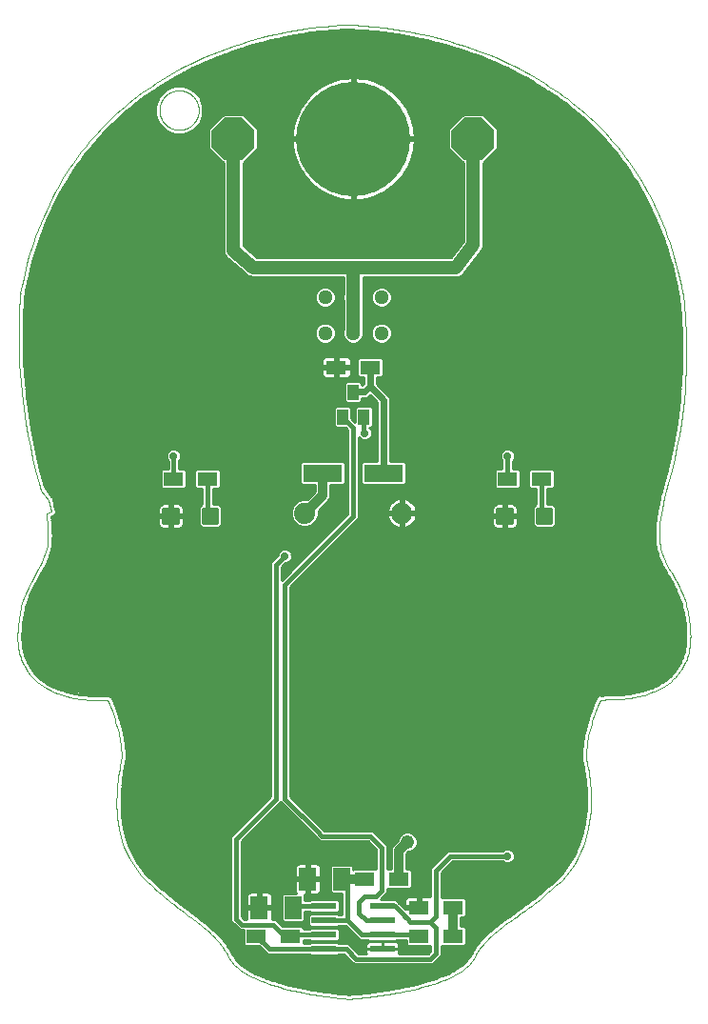
<source format=gtl>
G75*
%MOIN*%
%OFA0B0*%
%FSLAX25Y25*%
%IPPOS*%
%LPD*%
%AMOC8*
5,1,8,0,0,1.08239X$1,22.5*
%
%ADD10C,0.00394*%
%ADD11C,0.00000*%
%ADD12R,0.05906X0.07874*%
%ADD13R,0.13780X0.06299*%
%ADD14C,0.01181*%
%ADD15R,0.08661X0.02362*%
%ADD16R,0.03937X0.05512*%
%ADD17R,0.07087X0.04724*%
%ADD18OC8,0.15000*%
%ADD19C,0.40000*%
%ADD20C,0.05100*%
%ADD21C,0.07400*%
%ADD22C,0.01000*%
%ADD23C,0.03600*%
%ADD24C,0.01600*%
%ADD25C,0.03200*%
%ADD26C,0.02800*%
%ADD27C,0.02400*%
%ADD28C,0.04800*%
%ADD29C,0.04800*%
D10*
X0044761Y0055133D02*
X0042859Y0059260D01*
X0042135Y0061350D01*
X0041053Y0065507D01*
X0040695Y0067573D01*
X0040476Y0069589D01*
X0040257Y0071604D01*
X0040176Y0073569D01*
X0040190Y0075445D01*
X0040204Y0077320D01*
X0040313Y0079106D01*
X0040472Y0080764D01*
X0040630Y0082423D01*
X0040840Y0083953D01*
X0041055Y0085316D01*
X0041271Y0086680D01*
X0041492Y0087877D01*
X0041676Y0088868D01*
X0041818Y0089637D01*
X0041888Y0090471D01*
X0041898Y0091351D01*
X0041907Y0092231D01*
X0041855Y0093157D01*
X0041754Y0094113D01*
X0041653Y0095068D01*
X0041503Y0096051D01*
X0041316Y0097046D01*
X0041128Y0098041D01*
X0040903Y0099046D01*
X0040652Y0100044D01*
X0040401Y0101043D01*
X0040124Y0102034D01*
X0039832Y0103000D01*
X0039541Y0103967D01*
X0039235Y0104908D01*
X0038927Y0105807D01*
X0038618Y0106705D01*
X0038307Y0107562D01*
X0038005Y0108357D01*
X0037703Y0109152D01*
X0037410Y0109887D01*
X0037137Y0110544D01*
X0037043Y0110539D01*
X0036947Y0110534D01*
X0036848Y0110530D01*
X0036749Y0110525D01*
X0036647Y0110521D01*
X0036544Y0110517D01*
X0036440Y0110513D01*
X0036334Y0110509D01*
X0036225Y0110505D01*
X0036117Y0110502D01*
X0036006Y0110498D01*
X0035893Y0110495D01*
X0035781Y0110492D01*
X0035666Y0110489D01*
X0035548Y0110487D01*
X0035431Y0110485D01*
X0035312Y0110483D01*
X0035191Y0110481D01*
X0035069Y0110479D01*
X0034946Y0110478D01*
X0034821Y0110477D01*
X0034695Y0110476D01*
X0034568Y0110476D01*
X0033686Y0110476D01*
X0032854Y0110492D01*
X0031961Y0110534D01*
X0031068Y0110576D01*
X0030115Y0110644D01*
X0029120Y0110748D01*
X0028125Y0110851D01*
X0027089Y0110990D01*
X0026029Y0111174D01*
X0024970Y0111357D01*
X0023887Y0111586D01*
X0022800Y0111869D01*
X0021713Y0112152D01*
X0020622Y0112490D01*
X0019545Y0112892D01*
X0018468Y0113294D01*
X0017406Y0113760D01*
X0015347Y0114839D01*
X0014351Y0115452D01*
X0013406Y0116149D01*
X0012462Y0116845D01*
X0011569Y0117625D01*
X0010747Y0118497D01*
X0010266Y0119009D01*
X0009817Y0119541D01*
X0009401Y0120094D01*
X0008985Y0120647D01*
X0008602Y0121220D01*
X0008252Y0121815D01*
X0007902Y0122409D01*
X0007585Y0123023D01*
X0007301Y0123658D01*
X0007017Y0124293D01*
X0006766Y0124948D01*
X0006549Y0125623D01*
X0006331Y0126298D01*
X0006146Y0126993D01*
X0005995Y0127708D01*
X0005844Y0128422D01*
X0005726Y0129156D01*
X0005557Y0130663D01*
X0005505Y0131436D01*
X0005488Y0132227D01*
X0005470Y0133019D01*
X0005486Y0133830D01*
X0005535Y0134659D01*
X0005613Y0135968D01*
X0005730Y0137195D01*
X0005878Y0138350D01*
X0006027Y0139505D01*
X0006209Y0140587D01*
X0006417Y0141607D01*
X0006626Y0142626D01*
X0006861Y0143582D01*
X0007119Y0144483D01*
X0007376Y0145385D01*
X0007656Y0146232D01*
X0008246Y0147835D01*
X0008558Y0148591D01*
X0008881Y0149311D01*
X0009203Y0150030D01*
X0009537Y0150714D01*
X0010214Y0152025D01*
X0010558Y0152652D01*
X0010902Y0153262D01*
X0011246Y0153871D01*
X0011590Y0154462D01*
X0011928Y0155043D01*
X0012398Y0155850D01*
X0012856Y0156637D01*
X0013286Y0157434D01*
X0013716Y0158230D01*
X0014119Y0159037D01*
X0014478Y0159885D01*
X0014838Y0160733D01*
X0015154Y0161623D01*
X0015413Y0162586D01*
X0015671Y0163548D01*
X0015871Y0164583D01*
X0016126Y0166862D01*
X0016179Y0168106D01*
X0016145Y0169484D01*
X0016110Y0170863D01*
X0015987Y0172378D01*
X0015760Y0174059D01*
X0015534Y0175740D01*
X0017203Y0176588D01*
X0016305Y0180681D01*
X0013737Y0183925D01*
X0013035Y0186399D01*
X0011796Y0190765D01*
X0010763Y0195073D01*
X0009904Y0199272D01*
X0009045Y0203471D01*
X0008360Y0207561D01*
X0007275Y0215420D01*
X0006875Y0218190D01*
X0006295Y0225306D01*
X0006115Y0228652D01*
X0006014Y0231736D01*
X0005913Y0234820D01*
X0005891Y0237641D01*
X0005915Y0240149D01*
X0005939Y0242656D01*
X0006010Y0244850D01*
X0006096Y0246679D01*
X0006182Y0248508D01*
X0006283Y0249971D01*
X0006367Y0251019D01*
X0006451Y0252066D01*
X0006518Y0252698D01*
X0006536Y0252862D01*
X0006535Y0252890D01*
X0006533Y0252919D01*
X0006532Y0252948D01*
X0006530Y0252976D01*
X0006528Y0253005D01*
X0006527Y0253034D01*
X0006525Y0253062D01*
X0006524Y0253091D01*
X0007017Y0255693D01*
X0007576Y0258249D01*
X0008824Y0263266D01*
X0009512Y0265727D01*
X0011020Y0270553D01*
X0011839Y0272918D01*
X0012723Y0275233D01*
X0013606Y0277549D01*
X0014555Y0279815D01*
X0015568Y0282032D01*
X0016582Y0284248D01*
X0017660Y0286414D01*
X0018803Y0288529D01*
X0019946Y0290644D01*
X0021154Y0292708D01*
X0023699Y0296732D01*
X0025036Y0298692D01*
X0026438Y0300599D01*
X0027839Y0302506D01*
X0029306Y0304359D01*
X0030836Y0306159D01*
X0032074Y0307614D01*
X0033350Y0309034D01*
X0034665Y0310419D01*
X0035979Y0311804D01*
X0037332Y0313154D01*
X0040115Y0315782D01*
X0041546Y0317060D01*
X0043014Y0318302D01*
X0044483Y0319544D01*
X0045990Y0320749D01*
X0049082Y0323087D01*
X0050667Y0324218D01*
X0052290Y0325313D01*
X0053914Y0326408D01*
X0055576Y0327465D01*
X0058977Y0329504D01*
X0060716Y0330485D01*
X0062495Y0331428D01*
X0064273Y0332372D01*
X0066090Y0333277D01*
X0067945Y0334143D01*
X0070648Y0335404D01*
X0073331Y0336539D01*
X0075973Y0337562D01*
X0078615Y0338585D01*
X0081215Y0339495D01*
X0083752Y0340304D01*
X0086290Y0341114D01*
X0088763Y0341823D01*
X0091151Y0342444D01*
X0093539Y0343065D01*
X0095841Y0343599D01*
X0100228Y0344514D01*
X0102314Y0344896D01*
X0104269Y0345215D01*
X0106224Y0345534D01*
X0108049Y0345790D01*
X0111393Y0346201D01*
X0112913Y0346356D01*
X0115601Y0346590D01*
X0116771Y0346668D01*
X0117743Y0346721D01*
X0117743Y0346809D01*
X0118212Y0346819D01*
X0118681Y0346830D01*
X0119150Y0346840D01*
X0119619Y0346850D01*
X0120088Y0346861D01*
X0120557Y0346871D01*
X0121026Y0346881D01*
X0121495Y0346892D01*
X0121764Y0346892D01*
X0122072Y0346882D01*
X0122379Y0346871D01*
X0122686Y0346861D01*
X0122993Y0346851D01*
X0123301Y0346841D01*
X0123608Y0346831D01*
X0123915Y0346821D01*
X0124222Y0346811D01*
X0124222Y0346726D01*
X0125194Y0346674D01*
X0126384Y0346597D01*
X0127764Y0346482D01*
X0129144Y0346367D01*
X0130715Y0346213D01*
X0134185Y0345806D01*
X0136084Y0345551D01*
X0138121Y0345233D01*
X0140159Y0344916D01*
X0142334Y0344535D01*
X0146907Y0343621D01*
X0149304Y0343088D01*
X0151787Y0342467D01*
X0154270Y0341846D01*
X0156838Y0341137D01*
X0159464Y0340326D01*
X0162090Y0339516D01*
X0164774Y0338604D01*
X0167491Y0337579D01*
X0170208Y0336554D01*
X0172956Y0335415D01*
X0175710Y0334151D01*
X0177595Y0333285D01*
X0179447Y0332381D01*
X0181266Y0331438D01*
X0183084Y0330496D01*
X0184869Y0329515D01*
X0186618Y0328496D01*
X0188368Y0327477D01*
X0190081Y0326420D01*
X0191757Y0325326D01*
X0193433Y0324231D01*
X0195071Y0323100D01*
X0196670Y0321931D01*
X0198269Y0320763D01*
X0199829Y0319558D01*
X0202866Y0317075D01*
X0204343Y0315797D01*
X0205777Y0314483D01*
X0207211Y0313169D01*
X0208601Y0311819D01*
X0209947Y0310434D01*
X0211293Y0309049D01*
X0212593Y0307629D01*
X0213847Y0306174D01*
X0215398Y0304374D01*
X0216885Y0302520D01*
X0218307Y0300613D01*
X0219729Y0298706D01*
X0221086Y0296746D01*
X0222378Y0294734D01*
X0223670Y0292722D01*
X0224896Y0290658D01*
X0226058Y0288542D01*
X0227219Y0286426D01*
X0228314Y0284260D01*
X0230373Y0279826D01*
X0231337Y0277559D01*
X0232233Y0275242D01*
X0233130Y0272926D01*
X0233961Y0270560D01*
X0234724Y0268146D01*
X0235487Y0265732D01*
X0236184Y0263270D01*
X0236813Y0260760D01*
X0237442Y0258251D01*
X0238003Y0255694D01*
X0238497Y0253091D01*
X0238502Y0253065D01*
X0238504Y0253052D01*
X0238506Y0253038D01*
X0238508Y0253025D01*
X0238511Y0253012D01*
X0238513Y0252999D01*
X0238515Y0252986D01*
X0238540Y0252821D01*
X0238634Y0252189D01*
X0238760Y0251139D01*
X0238886Y0250090D01*
X0239044Y0248623D01*
X0239349Y0244959D01*
X0239497Y0242761D01*
X0239602Y0240249D01*
X0239708Y0237737D01*
X0239771Y0234910D01*
X0239739Y0228731D01*
X0239644Y0225378D01*
X0239433Y0222813D01*
X0239222Y0219249D01*
X0238895Y0215473D01*
X0237934Y0207599D01*
X0237300Y0203501D01*
X0236477Y0199295D01*
X0235653Y0195088D01*
X0234639Y0190772D01*
X0233398Y0186399D01*
X0232697Y0183930D01*
X0232131Y0181691D01*
X0231685Y0179649D01*
X0231239Y0177607D01*
X0230912Y0175762D01*
X0230690Y0174084D01*
X0230467Y0172406D01*
X0230349Y0170895D01*
X0230290Y0168141D01*
X0230349Y0166900D01*
X0230483Y0165762D01*
X0230616Y0164624D01*
X0230823Y0163590D01*
X0231088Y0162629D01*
X0231353Y0161667D01*
X0231677Y0160779D01*
X0232410Y0159083D01*
X0232820Y0158277D01*
X0233695Y0156685D01*
X0234161Y0155899D01*
X0234639Y0155091D01*
X0234983Y0154510D01*
X0235334Y0153918D01*
X0235684Y0153308D01*
X0236034Y0152697D01*
X0236385Y0152068D01*
X0236730Y0151412D01*
X0237075Y0150755D01*
X0237415Y0150071D01*
X0237744Y0149350D01*
X0238072Y0148629D01*
X0238390Y0147871D01*
X0238691Y0147068D01*
X0238992Y0146264D01*
X0239276Y0145415D01*
X0239538Y0144511D01*
X0239800Y0143608D01*
X0240040Y0142649D01*
X0240252Y0141627D01*
X0240464Y0140605D01*
X0240648Y0139520D01*
X0240799Y0138361D01*
X0240950Y0137203D01*
X0241067Y0135472D01*
X0241195Y0133830D01*
X0241211Y0133021D01*
X0241193Y0132232D01*
X0241176Y0131444D01*
X0241125Y0130676D01*
X0240956Y0129181D01*
X0240838Y0128453D01*
X0240687Y0127746D01*
X0240536Y0127039D01*
X0240351Y0126352D01*
X0240134Y0125684D01*
X0239916Y0125017D01*
X0239665Y0124370D01*
X0239382Y0123742D01*
X0239098Y0123115D01*
X0238781Y0122507D01*
X0238431Y0121918D01*
X0238081Y0121330D01*
X0237698Y0120761D01*
X0236866Y0119662D01*
X0236417Y0119131D01*
X0235936Y0118620D01*
X0235114Y0117748D01*
X0234222Y0116971D01*
X0233278Y0116278D01*
X0232334Y0115585D01*
X0231338Y0114977D01*
X0230309Y0114443D01*
X0229280Y0113909D01*
X0228218Y0113450D01*
X0227142Y0113056D01*
X0226065Y0112661D01*
X0224974Y0112332D01*
X0222801Y0111781D01*
X0221719Y0111560D01*
X0219601Y0111207D01*
X0218565Y0111075D01*
X0217570Y0110978D01*
X0216575Y0110880D01*
X0215623Y0110817D01*
X0214730Y0110778D01*
X0213838Y0110740D01*
X0213006Y0110725D01*
X0212121Y0110725D01*
X0211994Y0110724D01*
X0211868Y0110721D01*
X0211743Y0110719D01*
X0211619Y0110715D01*
X0211376Y0110707D01*
X0211257Y0110702D01*
X0211139Y0110697D01*
X0211022Y0110692D01*
X0210907Y0110687D01*
X0210794Y0110683D01*
X0210681Y0110678D01*
X0210570Y0110673D01*
X0210461Y0110670D01*
X0210353Y0110666D01*
X0210246Y0110663D01*
X0210142Y0110661D01*
X0210038Y0110659D01*
X0209937Y0110659D01*
X0209838Y0110660D01*
X0209739Y0110661D01*
X0209642Y0110664D01*
X0209548Y0110669D01*
X0209273Y0110013D01*
X0208978Y0109277D01*
X0208674Y0108478D01*
X0208369Y0107680D01*
X0208056Y0106820D01*
X0207745Y0105916D01*
X0207434Y0105012D01*
X0207126Y0104064D01*
X0206832Y0103091D01*
X0206538Y0102118D01*
X0206258Y0101120D01*
X0205751Y0099108D01*
X0205524Y0098096D01*
X0205334Y0097094D01*
X0205144Y0096093D01*
X0204992Y0095103D01*
X0204890Y0094142D01*
X0204787Y0093182D01*
X0204735Y0092251D01*
X0204743Y0091367D01*
X0204751Y0090484D01*
X0204821Y0089649D01*
X0204963Y0088880D01*
X0205128Y0087987D01*
X0205336Y0086867D01*
X0205540Y0085562D01*
X0205744Y0084256D01*
X0205946Y0082765D01*
X0206099Y0081131D01*
X0206252Y0079497D01*
X0206356Y0077719D01*
X0206367Y0075842D01*
X0206378Y0073964D01*
X0206296Y0071986D01*
X0206074Y0069950D01*
X0205853Y0067914D01*
X0205492Y0065819D01*
X0204403Y0061600D01*
X0203674Y0059474D01*
X0202716Y0057376D01*
X0201758Y0055278D01*
X0200571Y0053206D01*
X0197646Y0049202D01*
X0195909Y0047269D01*
X0193852Y0045448D01*
X0193157Y0044833D01*
X0192477Y0044243D01*
X0191142Y0043107D01*
X0190487Y0042562D01*
X0189846Y0042037D01*
X0189204Y0041512D01*
X0188575Y0041007D01*
X0187341Y0040032D01*
X0186736Y0039563D01*
X0185548Y0038655D01*
X0184966Y0038216D01*
X0184394Y0037791D01*
X0183822Y0037366D01*
X0183261Y0036954D01*
X0182158Y0036151D01*
X0181616Y0035761D01*
X0181084Y0035379D01*
X0180552Y0034997D01*
X0180029Y0034623D01*
X0179514Y0034256D01*
X0178709Y0033680D01*
X0177937Y0033129D01*
X0177198Y0032594D01*
X0176458Y0032059D01*
X0175750Y0031539D01*
X0175073Y0031026D01*
X0174395Y0030514D01*
X0173748Y0030008D01*
X0172508Y0028993D01*
X0171915Y0028484D01*
X0171349Y0027964D01*
X0170782Y0027445D01*
X0170241Y0026915D01*
X0169724Y0026366D01*
X0169206Y0025817D01*
X0168712Y0025249D01*
X0168240Y0024652D01*
X0167767Y0024056D01*
X0167316Y0023433D01*
X0166452Y0022112D01*
X0166039Y0021415D01*
X0165643Y0020673D01*
X0165306Y0020041D01*
X0164893Y0019428D01*
X0164402Y0018833D01*
X0163912Y0018239D01*
X0163345Y0017664D01*
X0162701Y0017107D01*
X0162056Y0016550D01*
X0161333Y0016011D01*
X0159731Y0014970D01*
X0158852Y0014467D01*
X0157893Y0013982D01*
X0156934Y0013497D01*
X0155895Y0013029D01*
X0154777Y0012578D01*
X0153658Y0012128D01*
X0152459Y0011695D01*
X0149899Y0010861D01*
X0148538Y0010461D01*
X0147095Y0010077D01*
X0145652Y0009693D01*
X0144127Y0009326D01*
X0142519Y0008974D01*
X0141639Y0008782D01*
X0140762Y0008601D01*
X0139025Y0008259D01*
X0138165Y0008099D01*
X0137319Y0007948D01*
X0136473Y0007798D01*
X0135641Y0007658D01*
X0134829Y0007527D01*
X0134017Y0007397D01*
X0133225Y0007276D01*
X0131691Y0007052D01*
X0130949Y0006949D01*
X0130238Y0006854D01*
X0129527Y0006759D01*
X0128847Y0006673D01*
X0127560Y0006517D01*
X0126954Y0006447D01*
X0126389Y0006385D01*
X0125824Y0006322D01*
X0125301Y0006267D01*
X0124826Y0006220D01*
X0124033Y0006149D01*
X0123637Y0006113D01*
X0123241Y0006078D01*
X0122053Y0005972D01*
X0121657Y0005937D01*
X0120864Y0006012D01*
X0120467Y0006050D01*
X0119673Y0006126D01*
X0119277Y0006164D01*
X0118483Y0006239D01*
X0117999Y0006290D01*
X0117477Y0006347D01*
X0116923Y0006412D01*
X0116368Y0006476D01*
X0115780Y0006548D01*
X0115163Y0006627D01*
X0114546Y0006706D01*
X0113900Y0006793D01*
X0113229Y0006888D01*
X0112558Y0006983D01*
X0111862Y0007087D01*
X0111145Y0007198D01*
X0110428Y0007310D01*
X0109690Y0007430D01*
X0108180Y0007689D01*
X0107408Y0007827D01*
X0106623Y0007975D01*
X0105838Y0008123D01*
X0105040Y0008281D01*
X0104233Y0008448D01*
X0103426Y0008615D01*
X0102610Y0008793D01*
X0101789Y0008981D01*
X0100247Y0009333D01*
X0098783Y0009702D01*
X0097397Y0010086D01*
X0096012Y0010471D01*
X0094704Y0010872D01*
X0093473Y0011289D01*
X0092242Y0011706D01*
X0091088Y0012139D01*
X0090010Y0012590D01*
X0088932Y0013041D01*
X0087931Y0013508D01*
X0087005Y0013993D01*
X0086078Y0014478D01*
X0085227Y0014980D01*
X0084451Y0015500D01*
X0083675Y0016020D01*
X0082973Y0016558D01*
X0082345Y0017114D01*
X0081717Y0017670D01*
X0081163Y0018244D01*
X0080682Y0018837D01*
X0080200Y0019429D01*
X0079792Y0020041D01*
X0079456Y0020671D01*
X0079036Y0021459D01*
X0078606Y0022195D01*
X0078163Y0022890D01*
X0077720Y0023585D01*
X0077263Y0024239D01*
X0076788Y0024863D01*
X0076314Y0025487D01*
X0075822Y0026080D01*
X0075308Y0026652D01*
X0074795Y0027225D01*
X0074260Y0027777D01*
X0073700Y0028319D01*
X0073140Y0028861D01*
X0072554Y0029393D01*
X0071940Y0029925D01*
X0071325Y0030458D01*
X0070681Y0030990D01*
X0069327Y0032076D01*
X0068617Y0032629D01*
X0067870Y0033203D01*
X0067123Y0033777D01*
X0066339Y0034372D01*
X0065514Y0034998D01*
X0065055Y0035346D01*
X0064589Y0035700D01*
X0064114Y0036061D01*
X0063639Y0036423D01*
X0063156Y0036792D01*
X0062663Y0037170D01*
X0062171Y0037549D01*
X0061669Y0037938D01*
X0061156Y0038338D01*
X0060644Y0038738D01*
X0060121Y0039149D01*
X0059054Y0039999D01*
X0058509Y0040438D01*
X0057953Y0040891D01*
X0057396Y0041345D01*
X0056827Y0041814D01*
X0056246Y0042301D01*
X0055664Y0042787D01*
X0055070Y0043291D01*
X0054462Y0043814D01*
X0053854Y0044337D01*
X0053232Y0044879D01*
X0052596Y0045442D01*
X0050559Y0047245D01*
X0048839Y0049152D01*
X0047389Y0051124D01*
X0045940Y0053095D01*
X0044761Y0055133D01*
D11*
X0055210Y0317000D02*
X0055212Y0317169D01*
X0055218Y0317338D01*
X0055229Y0317507D01*
X0055243Y0317675D01*
X0055262Y0317843D01*
X0055285Y0318011D01*
X0055311Y0318178D01*
X0055342Y0318344D01*
X0055377Y0318510D01*
X0055416Y0318674D01*
X0055460Y0318838D01*
X0055507Y0319000D01*
X0055558Y0319161D01*
X0055613Y0319321D01*
X0055672Y0319480D01*
X0055734Y0319637D01*
X0055801Y0319792D01*
X0055872Y0319946D01*
X0055946Y0320098D01*
X0056024Y0320248D01*
X0056105Y0320396D01*
X0056190Y0320542D01*
X0056279Y0320686D01*
X0056371Y0320828D01*
X0056467Y0320967D01*
X0056566Y0321104D01*
X0056668Y0321239D01*
X0056774Y0321371D01*
X0056883Y0321500D01*
X0056995Y0321627D01*
X0057110Y0321751D01*
X0057228Y0321872D01*
X0057349Y0321990D01*
X0057473Y0322105D01*
X0057600Y0322217D01*
X0057729Y0322326D01*
X0057861Y0322432D01*
X0057996Y0322534D01*
X0058133Y0322633D01*
X0058272Y0322729D01*
X0058414Y0322821D01*
X0058558Y0322910D01*
X0058704Y0322995D01*
X0058852Y0323076D01*
X0059002Y0323154D01*
X0059154Y0323228D01*
X0059308Y0323299D01*
X0059463Y0323366D01*
X0059620Y0323428D01*
X0059779Y0323487D01*
X0059939Y0323542D01*
X0060100Y0323593D01*
X0060262Y0323640D01*
X0060426Y0323684D01*
X0060590Y0323723D01*
X0060756Y0323758D01*
X0060922Y0323789D01*
X0061089Y0323815D01*
X0061257Y0323838D01*
X0061425Y0323857D01*
X0061593Y0323871D01*
X0061762Y0323882D01*
X0061931Y0323888D01*
X0062100Y0323890D01*
X0062269Y0323888D01*
X0062438Y0323882D01*
X0062607Y0323871D01*
X0062775Y0323857D01*
X0062943Y0323838D01*
X0063111Y0323815D01*
X0063278Y0323789D01*
X0063444Y0323758D01*
X0063610Y0323723D01*
X0063774Y0323684D01*
X0063938Y0323640D01*
X0064100Y0323593D01*
X0064261Y0323542D01*
X0064421Y0323487D01*
X0064580Y0323428D01*
X0064737Y0323366D01*
X0064892Y0323299D01*
X0065046Y0323228D01*
X0065198Y0323154D01*
X0065348Y0323076D01*
X0065496Y0322995D01*
X0065642Y0322910D01*
X0065786Y0322821D01*
X0065928Y0322729D01*
X0066067Y0322633D01*
X0066204Y0322534D01*
X0066339Y0322432D01*
X0066471Y0322326D01*
X0066600Y0322217D01*
X0066727Y0322105D01*
X0066851Y0321990D01*
X0066972Y0321872D01*
X0067090Y0321751D01*
X0067205Y0321627D01*
X0067317Y0321500D01*
X0067426Y0321371D01*
X0067532Y0321239D01*
X0067634Y0321104D01*
X0067733Y0320967D01*
X0067829Y0320828D01*
X0067921Y0320686D01*
X0068010Y0320542D01*
X0068095Y0320396D01*
X0068176Y0320248D01*
X0068254Y0320098D01*
X0068328Y0319946D01*
X0068399Y0319792D01*
X0068466Y0319637D01*
X0068528Y0319480D01*
X0068587Y0319321D01*
X0068642Y0319161D01*
X0068693Y0319000D01*
X0068740Y0318838D01*
X0068784Y0318674D01*
X0068823Y0318510D01*
X0068858Y0318344D01*
X0068889Y0318178D01*
X0068915Y0318011D01*
X0068938Y0317843D01*
X0068957Y0317675D01*
X0068971Y0317507D01*
X0068982Y0317338D01*
X0068988Y0317169D01*
X0068990Y0317000D01*
X0068988Y0316831D01*
X0068982Y0316662D01*
X0068971Y0316493D01*
X0068957Y0316325D01*
X0068938Y0316157D01*
X0068915Y0315989D01*
X0068889Y0315822D01*
X0068858Y0315656D01*
X0068823Y0315490D01*
X0068784Y0315326D01*
X0068740Y0315162D01*
X0068693Y0315000D01*
X0068642Y0314839D01*
X0068587Y0314679D01*
X0068528Y0314520D01*
X0068466Y0314363D01*
X0068399Y0314208D01*
X0068328Y0314054D01*
X0068254Y0313902D01*
X0068176Y0313752D01*
X0068095Y0313604D01*
X0068010Y0313458D01*
X0067921Y0313314D01*
X0067829Y0313172D01*
X0067733Y0313033D01*
X0067634Y0312896D01*
X0067532Y0312761D01*
X0067426Y0312629D01*
X0067317Y0312500D01*
X0067205Y0312373D01*
X0067090Y0312249D01*
X0066972Y0312128D01*
X0066851Y0312010D01*
X0066727Y0311895D01*
X0066600Y0311783D01*
X0066471Y0311674D01*
X0066339Y0311568D01*
X0066204Y0311466D01*
X0066067Y0311367D01*
X0065928Y0311271D01*
X0065786Y0311179D01*
X0065642Y0311090D01*
X0065496Y0311005D01*
X0065348Y0310924D01*
X0065198Y0310846D01*
X0065046Y0310772D01*
X0064892Y0310701D01*
X0064737Y0310634D01*
X0064580Y0310572D01*
X0064421Y0310513D01*
X0064261Y0310458D01*
X0064100Y0310407D01*
X0063938Y0310360D01*
X0063774Y0310316D01*
X0063610Y0310277D01*
X0063444Y0310242D01*
X0063278Y0310211D01*
X0063111Y0310185D01*
X0062943Y0310162D01*
X0062775Y0310143D01*
X0062607Y0310129D01*
X0062438Y0310118D01*
X0062269Y0310112D01*
X0062100Y0310110D01*
X0061931Y0310112D01*
X0061762Y0310118D01*
X0061593Y0310129D01*
X0061425Y0310143D01*
X0061257Y0310162D01*
X0061089Y0310185D01*
X0060922Y0310211D01*
X0060756Y0310242D01*
X0060590Y0310277D01*
X0060426Y0310316D01*
X0060262Y0310360D01*
X0060100Y0310407D01*
X0059939Y0310458D01*
X0059779Y0310513D01*
X0059620Y0310572D01*
X0059463Y0310634D01*
X0059308Y0310701D01*
X0059154Y0310772D01*
X0059002Y0310846D01*
X0058852Y0310924D01*
X0058704Y0311005D01*
X0058558Y0311090D01*
X0058414Y0311179D01*
X0058272Y0311271D01*
X0058133Y0311367D01*
X0057996Y0311466D01*
X0057861Y0311568D01*
X0057729Y0311674D01*
X0057600Y0311783D01*
X0057473Y0311895D01*
X0057349Y0312010D01*
X0057228Y0312128D01*
X0057110Y0312249D01*
X0056995Y0312373D01*
X0056883Y0312500D01*
X0056774Y0312629D01*
X0056668Y0312761D01*
X0056566Y0312896D01*
X0056467Y0313033D01*
X0056371Y0313172D01*
X0056279Y0313314D01*
X0056190Y0313458D01*
X0056105Y0313604D01*
X0056024Y0313752D01*
X0055946Y0313902D01*
X0055872Y0314054D01*
X0055801Y0314208D01*
X0055734Y0314363D01*
X0055672Y0314520D01*
X0055613Y0314679D01*
X0055558Y0314839D01*
X0055507Y0315000D01*
X0055460Y0315162D01*
X0055416Y0315326D01*
X0055377Y0315490D01*
X0055342Y0315656D01*
X0055311Y0315822D01*
X0055285Y0315989D01*
X0055262Y0316157D01*
X0055243Y0316325D01*
X0055229Y0316493D01*
X0055218Y0316662D01*
X0055212Y0316831D01*
X0055210Y0317000D01*
D12*
X0107194Y0048000D03*
X0102006Y0038000D03*
X0090194Y0038000D03*
X0119006Y0048000D03*
D13*
X0112470Y0190000D03*
X0133730Y0190000D03*
D14*
X0178573Y0177363D02*
X0178573Y0172637D01*
X0173847Y0172637D01*
X0173847Y0177363D01*
X0178573Y0177363D01*
X0178573Y0173817D02*
X0173847Y0173817D01*
X0173847Y0174997D02*
X0178573Y0174997D01*
X0178573Y0176177D02*
X0173847Y0176177D01*
X0173847Y0177357D02*
X0178573Y0177357D01*
X0192353Y0177363D02*
X0192353Y0172637D01*
X0187627Y0172637D01*
X0187627Y0177363D01*
X0192353Y0177363D01*
X0192353Y0173817D02*
X0187627Y0173817D01*
X0187627Y0174997D02*
X0192353Y0174997D01*
X0192353Y0176177D02*
X0187627Y0176177D01*
X0187627Y0177357D02*
X0192353Y0177357D01*
X0075353Y0177363D02*
X0075353Y0172637D01*
X0070627Y0172637D01*
X0070627Y0177363D01*
X0075353Y0177363D01*
X0075353Y0173817D02*
X0070627Y0173817D01*
X0070627Y0174997D02*
X0075353Y0174997D01*
X0075353Y0176177D02*
X0070627Y0176177D01*
X0070627Y0177357D02*
X0075353Y0177357D01*
X0061573Y0177363D02*
X0061573Y0172637D01*
X0056847Y0172637D01*
X0056847Y0177363D01*
X0061573Y0177363D01*
X0061573Y0173817D02*
X0056847Y0173817D01*
X0056847Y0174997D02*
X0061573Y0174997D01*
X0061573Y0176177D02*
X0056847Y0176177D01*
X0056847Y0177357D02*
X0061573Y0177357D01*
D15*
X0112864Y0038500D03*
X0112864Y0033500D03*
X0112864Y0028500D03*
X0112864Y0023500D03*
X0133336Y0023500D03*
X0133336Y0028500D03*
X0133336Y0033500D03*
X0133336Y0038500D03*
D16*
X0126840Y0209669D03*
X0123100Y0218331D03*
X0119360Y0209669D03*
D17*
X0117198Y0227000D03*
X0129002Y0227000D03*
X0177198Y0188000D03*
X0189002Y0188000D03*
X0139002Y0048000D03*
X0146198Y0038000D03*
X0146198Y0028000D03*
X0158002Y0028000D03*
X0158002Y0038000D03*
X0127198Y0048000D03*
X0101002Y0028000D03*
X0089198Y0028000D03*
X0072002Y0188000D03*
X0060198Y0188000D03*
D18*
X0081100Y0307000D03*
X0165100Y0307000D03*
D19*
X0123100Y0307000D03*
D20*
X0123100Y0251598D03*
X0113257Y0251598D03*
X0113257Y0239000D03*
X0123100Y0239000D03*
X0132943Y0239000D03*
X0132943Y0251598D03*
D21*
X0140100Y0176000D03*
X0106100Y0176000D03*
D22*
X0102657Y0172655D02*
X0077043Y0172655D01*
X0077043Y0171938D02*
X0077043Y0178062D01*
X0076052Y0179053D01*
X0073902Y0179053D01*
X0073902Y0184538D01*
X0076001Y0184538D01*
X0076645Y0185182D01*
X0076645Y0190818D01*
X0076001Y0191462D01*
X0068003Y0191462D01*
X0067358Y0190818D01*
X0067358Y0185182D01*
X0068003Y0184538D01*
X0070102Y0184538D01*
X0070102Y0179053D01*
X0069927Y0179053D01*
X0068937Y0178062D01*
X0068937Y0171938D01*
X0069927Y0170947D01*
X0076052Y0170947D01*
X0077043Y0171938D01*
X0076761Y0171656D02*
X0104044Y0171656D01*
X0103381Y0171931D02*
X0105145Y0171200D01*
X0107055Y0171200D01*
X0108819Y0171931D01*
X0110169Y0173281D01*
X0110900Y0175045D01*
X0110900Y0176955D01*
X0110892Y0176974D01*
X0114759Y0180841D01*
X0115170Y0181833D01*
X0115170Y0185750D01*
X0119815Y0185750D01*
X0120460Y0186395D01*
X0120460Y0193605D01*
X0119815Y0194250D01*
X0105125Y0194250D01*
X0104480Y0193605D01*
X0104480Y0186395D01*
X0105125Y0185750D01*
X0109770Y0185750D01*
X0109770Y0183488D01*
X0107074Y0180792D01*
X0107055Y0180800D01*
X0105145Y0180800D01*
X0103381Y0180069D01*
X0102031Y0178719D01*
X0101300Y0176955D01*
X0101300Y0175045D01*
X0102031Y0173281D01*
X0103381Y0171931D01*
X0101877Y0173653D02*
X0077043Y0173653D01*
X0077043Y0174652D02*
X0101463Y0174652D01*
X0101300Y0175650D02*
X0077043Y0175650D01*
X0077043Y0176649D02*
X0101300Y0176649D01*
X0101587Y0177647D02*
X0077043Y0177647D01*
X0076459Y0178646D02*
X0102000Y0178646D01*
X0102956Y0179644D02*
X0073902Y0179644D01*
X0073902Y0180643D02*
X0104766Y0180643D01*
X0107923Y0181641D02*
X0073902Y0181641D01*
X0073902Y0182640D02*
X0108921Y0182640D01*
X0109770Y0183638D02*
X0073902Y0183638D01*
X0076099Y0184637D02*
X0109770Y0184637D01*
X0109770Y0185635D02*
X0076645Y0185635D01*
X0076645Y0186634D02*
X0104480Y0186634D01*
X0104480Y0187632D02*
X0076645Y0187632D01*
X0076645Y0188631D02*
X0104480Y0188631D01*
X0104480Y0189629D02*
X0076645Y0189629D01*
X0076645Y0190628D02*
X0104480Y0190628D01*
X0104480Y0191626D02*
X0062098Y0191626D01*
X0062098Y0191462D02*
X0062098Y0194463D01*
X0062219Y0194584D01*
X0062600Y0195503D01*
X0062600Y0196497D01*
X0062219Y0197416D01*
X0061516Y0198119D01*
X0060597Y0198500D01*
X0059603Y0198500D01*
X0058684Y0198119D01*
X0057981Y0197416D01*
X0057600Y0196497D01*
X0057600Y0195503D01*
X0057981Y0194584D01*
X0058298Y0194266D01*
X0058298Y0191462D01*
X0056199Y0191462D01*
X0055555Y0190818D01*
X0055555Y0185182D01*
X0056199Y0184538D01*
X0064197Y0184538D01*
X0064842Y0185182D01*
X0064842Y0190818D01*
X0064197Y0191462D01*
X0062098Y0191462D01*
X0062098Y0192625D02*
X0104480Y0192625D01*
X0104498Y0193623D02*
X0062098Y0193623D01*
X0062235Y0194622D02*
X0121200Y0194622D01*
X0121200Y0195620D02*
X0062600Y0195620D01*
X0062550Y0196619D02*
X0121200Y0196619D01*
X0121200Y0197617D02*
X0062018Y0197617D01*
X0058182Y0197617D02*
X0011974Y0197617D01*
X0012179Y0196619D02*
X0057650Y0196619D01*
X0057600Y0195620D02*
X0012383Y0195620D01*
X0012420Y0195441D02*
X0011707Y0198927D01*
X0010714Y0203781D01*
X0010038Y0207817D01*
X0009051Y0214962D01*
X0009055Y0214967D01*
X0008955Y0215658D01*
X0008860Y0216348D01*
X0008855Y0216352D01*
X0008562Y0218380D01*
X0007988Y0225420D01*
X0007810Y0228725D01*
X0007733Y0231089D01*
X0007728Y0231254D01*
X0007687Y0232494D01*
X0007610Y0234854D01*
X0007588Y0237640D01*
X0007619Y0240835D01*
X0007619Y0240835D01*
X0007636Y0242621D01*
X0007706Y0244782D01*
X0007758Y0245897D01*
X0007876Y0248409D01*
X0007975Y0249846D01*
X0008093Y0251318D01*
X0008141Y0251909D01*
X0008165Y0252135D01*
X0008268Y0252250D01*
X0008266Y0252279D01*
X0008262Y0252365D01*
X0008255Y0252495D01*
X0008238Y0252813D01*
X0008293Y0253314D01*
X0008680Y0255354D01*
X0009229Y0257863D01*
X0010464Y0262832D01*
X0011140Y0265245D01*
X0012632Y0270022D01*
X0013434Y0272337D01*
X0014057Y0273972D01*
X0015182Y0276919D01*
X0016109Y0279135D01*
X0017404Y0281965D01*
X0018113Y0283517D01*
X0019166Y0285632D01*
X0020495Y0288092D01*
X0021425Y0289812D01*
X0022604Y0291826D01*
X0025117Y0295800D01*
X0026421Y0297711D01*
X0027389Y0299027D01*
X0029189Y0301477D01*
X0030618Y0303283D01*
X0031674Y0304524D01*
X0032243Y0305194D01*
X0032584Y0305595D01*
X0033352Y0306497D01*
X0034597Y0307883D01*
X0035411Y0308741D01*
X0035411Y0308741D01*
X0036016Y0309378D01*
X0036379Y0309761D01*
X0037194Y0310619D01*
X0038514Y0311936D01*
X0041263Y0314532D01*
X0042659Y0315779D01*
X0043829Y0316768D01*
X0045561Y0318233D01*
X0047032Y0319409D01*
X0050088Y0321719D01*
X0051635Y0322824D01*
X0053201Y0323880D01*
X0054843Y0324988D01*
X0056467Y0326021D01*
X0059830Y0328037D01*
X0061531Y0328997D01*
X0062669Y0329600D01*
X0063677Y0330135D01*
X0063911Y0330259D01*
X0065049Y0330863D01*
X0066827Y0331748D01*
X0069300Y0332902D01*
X0069300Y0332902D01*
X0071337Y0333853D01*
X0073968Y0334966D01*
X0077241Y0336234D01*
X0079201Y0336993D01*
X0081753Y0337886D01*
X0084938Y0338902D01*
X0086781Y0339490D01*
X0089211Y0340186D01*
X0092258Y0340979D01*
X0093944Y0341417D01*
X0096206Y0341941D01*
X0100554Y0342849D01*
X0102604Y0343224D01*
X0105236Y0343654D01*
X0106479Y0343857D01*
X0108270Y0344108D01*
X0111583Y0344515D01*
X0113071Y0344667D01*
X0115732Y0344898D01*
X0116873Y0344974D01*
X0117789Y0345024D01*
X0118445Y0345024D01*
X0118483Y0345062D01*
X0118537Y0345065D01*
X0118595Y0345130D01*
X0118952Y0345138D01*
X0118952Y0345138D01*
X0118954Y0345138D01*
X0119690Y0345155D01*
X0119892Y0345159D01*
X0120166Y0345165D01*
X0120359Y0345169D01*
X0120359Y0345169D01*
X0120628Y0345175D01*
X0121297Y0345190D01*
X0121297Y0345190D01*
X0121514Y0345195D01*
X0121736Y0345195D01*
X0122235Y0345178D01*
X0122762Y0345161D01*
X0122850Y0345158D01*
X0123365Y0345141D01*
X0123431Y0345068D01*
X0123483Y0345066D01*
X0123520Y0345029D01*
X0124178Y0345029D01*
X0125094Y0344980D01*
X0126259Y0344905D01*
X0127739Y0344781D01*
X0128991Y0344677D01*
X0130533Y0344526D01*
X0133973Y0344122D01*
X0135840Y0343872D01*
X0138542Y0343450D01*
X0139882Y0343241D01*
X0142021Y0342867D01*
X0146556Y0341960D01*
X0148915Y0341437D01*
X0152057Y0340650D01*
X0153838Y0340205D01*
X0156361Y0339508D01*
X0158292Y0338912D01*
X0158292Y0338912D01*
X0161567Y0337901D01*
X0164202Y0337007D01*
X0167550Y0335743D01*
X0169583Y0334976D01*
X0172277Y0333860D01*
X0175641Y0332315D01*
X0176868Y0331752D01*
X0178684Y0330865D01*
X0180341Y0330007D01*
X0182285Y0328999D01*
X0184033Y0328038D01*
X0185157Y0327383D01*
X0185695Y0327070D01*
X0186372Y0326676D01*
X0187495Y0326021D01*
X0189172Y0324987D01*
X0191142Y0323701D01*
X0192487Y0322823D01*
X0194089Y0321716D01*
X0195813Y0320457D01*
X0197250Y0319407D01*
X0198773Y0318229D01*
X0201773Y0315776D01*
X0203214Y0314529D01*
X0204112Y0313706D01*
X0204932Y0312955D01*
X0205149Y0312757D01*
X0206046Y0311934D01*
X0207402Y0310619D01*
X0208747Y0309235D01*
X0210058Y0307885D01*
X0211325Y0306502D01*
X0212103Y0305599D01*
X0212103Y0305599D01*
X0212591Y0305033D01*
X0213021Y0304534D01*
X0214093Y0303289D01*
X0215542Y0301482D01*
X0216526Y0300163D01*
X0216709Y0299917D01*
X0217366Y0299036D01*
X0217366Y0299036D01*
X0218350Y0297716D01*
X0219674Y0295805D01*
X0220851Y0293971D01*
X0222226Y0291830D01*
X0223423Y0289816D01*
X0224639Y0287599D01*
X0225717Y0285635D01*
X0226787Y0283519D01*
X0228822Y0279136D01*
X0229764Y0276920D01*
X0230397Y0275285D01*
X0231538Y0272338D01*
X0232351Y0270023D01*
X0232894Y0268305D01*
X0233127Y0267570D01*
X0233318Y0266964D01*
X0233862Y0265245D01*
X0234544Y0262833D01*
X0234996Y0261030D01*
X0235299Y0259822D01*
X0235338Y0259666D01*
X0235790Y0257863D01*
X0236341Y0255354D01*
X0236827Y0252792D01*
X0236832Y0252763D01*
X0236834Y0252751D01*
X0236840Y0252713D01*
X0236862Y0252568D01*
X0236952Y0251963D01*
X0237106Y0250685D01*
X0237200Y0249898D01*
X0237355Y0248462D01*
X0237657Y0244832D01*
X0237802Y0242669D01*
X0237910Y0240110D01*
X0238012Y0237682D01*
X0238074Y0234896D01*
X0238043Y0228759D01*
X0237950Y0225472D01*
X0237798Y0223631D01*
X0237781Y0223615D01*
X0237741Y0222933D01*
X0237685Y0222252D01*
X0237699Y0222235D01*
X0237530Y0219372D01*
X0237207Y0215649D01*
X0236253Y0207831D01*
X0235629Y0203794D01*
X0234946Y0200311D01*
X0233994Y0195446D01*
X0232996Y0191198D01*
X0231957Y0187538D01*
X0231249Y0185042D01*
X0231224Y0185027D01*
X0231058Y0184370D01*
X0230873Y0183717D01*
X0230887Y0183692D01*
X0230651Y0182757D01*
X0230624Y0182740D01*
X0230480Y0182080D01*
X0230314Y0181425D01*
X0230330Y0181398D01*
X0229877Y0179324D01*
X0229723Y0178617D01*
X0229691Y0178595D01*
X0229574Y0177936D01*
X0229431Y0177282D01*
X0229452Y0177249D01*
X0229356Y0176708D01*
X0229322Y0176682D01*
X0229235Y0176022D01*
X0229119Y0175366D01*
X0229143Y0175331D01*
X0229100Y0175004D01*
X0229076Y0174827D01*
X0228915Y0173611D01*
X0228870Y0173274D01*
X0228830Y0173239D01*
X0228779Y0172584D01*
X0228692Y0171933D01*
X0228725Y0171891D01*
X0228707Y0171672D01*
X0228667Y0171634D01*
X0228653Y0170979D01*
X0228602Y0170326D01*
X0228638Y0170284D01*
X0228607Y0168812D01*
X0228561Y0168762D01*
X0228592Y0168119D01*
X0228578Y0167475D01*
X0228613Y0167439D01*
X0228582Y0167400D01*
X0228657Y0166760D01*
X0228688Y0166116D01*
X0228738Y0166071D01*
X0228858Y0165046D01*
X0228814Y0164980D01*
X0228938Y0164359D01*
X0229002Y0163819D01*
X0229000Y0163816D01*
X0229003Y0163804D01*
X0229012Y0163729D01*
X0229027Y0163717D01*
X0229171Y0163198D01*
X0229297Y0162568D01*
X0229355Y0162529D01*
X0229551Y0161818D01*
X0229518Y0161747D01*
X0229735Y0161151D01*
X0229844Y0160758D01*
X0229840Y0160750D01*
X0229856Y0160713D01*
X0229904Y0160539D01*
X0229940Y0160518D01*
X0230099Y0160151D01*
X0230323Y0159538D01*
X0230375Y0159513D01*
X0230598Y0158999D01*
X0230579Y0158941D01*
X0230874Y0158361D01*
X0230995Y0158080D01*
X0230994Y0158076D01*
X0231008Y0158051D01*
X0231132Y0157765D01*
X0231175Y0157748D01*
X0231320Y0157484D01*
X0231626Y0156882D01*
X0231656Y0156872D01*
X0231885Y0156456D01*
X0231877Y0156425D01*
X0232221Y0155844D01*
X0232547Y0155252D01*
X0232577Y0155243D01*
X0232820Y0154832D01*
X0232820Y0154832D01*
X0233124Y0154318D01*
X0233537Y0153622D01*
X0233567Y0153571D01*
X0233868Y0153063D01*
X0234060Y0152729D01*
X0234558Y0151862D01*
X0234893Y0151260D01*
X0234901Y0151244D01*
X0235404Y0150288D01*
X0235555Y0150000D01*
X0235555Y0150000D01*
X0235564Y0149983D01*
X0235883Y0149341D01*
X0236142Y0148773D01*
X0236518Y0147949D01*
X0236812Y0147245D01*
X0236855Y0147131D01*
X0237392Y0145697D01*
X0237656Y0144909D01*
X0237713Y0144714D01*
X0237713Y0144714D01*
X0237874Y0144159D01*
X0238104Y0143364D01*
X0238104Y0143364D01*
X0238162Y0143165D01*
X0238386Y0142271D01*
X0238448Y0141971D01*
X0238448Y0141971D01*
X0238622Y0141134D01*
X0238733Y0140595D01*
X0238733Y0140595D01*
X0238796Y0140291D01*
X0238970Y0139268D01*
X0239026Y0138839D01*
X0239026Y0138839D01*
X0239101Y0138261D01*
X0239207Y0137445D01*
X0239207Y0137445D01*
X0239260Y0137036D01*
X0239327Y0136049D01*
X0239321Y0136041D01*
X0239375Y0135349D01*
X0239422Y0134656D01*
X0239429Y0134649D01*
X0239499Y0133747D01*
X0239514Y0133023D01*
X0239512Y0132973D01*
X0239480Y0131519D01*
X0239434Y0130828D01*
X0239274Y0129412D01*
X0239170Y0128767D01*
X0239053Y0128220D01*
X0238885Y0127436D01*
X0238724Y0126835D01*
X0238440Y0125965D01*
X0238317Y0125587D01*
X0238100Y0125026D01*
X0237809Y0124383D01*
X0237571Y0123857D01*
X0237298Y0123333D01*
X0237001Y0122834D01*
X0236647Y0122238D01*
X0236316Y0121747D01*
X0235541Y0120722D01*
X0235151Y0120262D01*
X0234219Y0119272D01*
X0233936Y0118973D01*
X0233161Y0118297D01*
X0232267Y0117640D01*
X0231388Y0116995D01*
X0230504Y0116456D01*
X0230152Y0116273D01*
X0230152Y0116273D01*
X0229627Y0116001D01*
X0228904Y0115626D01*
X0228904Y0115626D01*
X0228552Y0115443D01*
X0227589Y0115027D01*
X0227218Y0114891D01*
X0226485Y0114623D01*
X0225898Y0114407D01*
X0225527Y0114272D01*
X0224520Y0113967D01*
X0222423Y0113435D01*
X0221410Y0113229D01*
X0219354Y0112886D01*
X0218374Y0112762D01*
X0217655Y0112691D01*
X0216437Y0112572D01*
X0215530Y0112512D01*
X0215359Y0112504D01*
X0213786Y0112436D01*
X0212991Y0112422D01*
X0212812Y0112422D01*
X0212804Y0112430D01*
X0212668Y0112429D01*
X0212662Y0112435D01*
X0212402Y0112429D01*
X0212396Y0112435D01*
X0212267Y0112432D01*
X0212264Y0112435D01*
X0212015Y0112427D01*
X0212011Y0112430D01*
X0211889Y0112426D01*
X0211888Y0112427D01*
X0211776Y0112422D01*
X0211418Y0112422D01*
X0211410Y0112414D01*
X0211271Y0112412D01*
X0211265Y0112406D01*
X0211006Y0112401D01*
X0211000Y0112395D01*
X0210867Y0112391D01*
X0210864Y0112387D01*
X0210616Y0112379D01*
X0210612Y0112375D01*
X0210487Y0112370D01*
X0210485Y0112368D01*
X0210396Y0112365D01*
X0210300Y0112362D01*
X0210208Y0112359D01*
X0210020Y0112356D01*
X0209942Y0112356D01*
X0209911Y0112356D01*
X0209555Y0112505D01*
X0209256Y0112383D01*
X0208933Y0112399D01*
X0208631Y0112127D01*
X0208254Y0111972D01*
X0208129Y0111674D01*
X0207889Y0111457D01*
X0207869Y0111070D01*
X0207703Y0110656D01*
X0207656Y0110544D01*
X0207643Y0110538D01*
X0207534Y0110251D01*
X0207437Y0110020D01*
X0207441Y0110009D01*
X0207398Y0109895D01*
X0207142Y0109256D01*
X0207148Y0109240D01*
X0207133Y0109200D01*
X0207029Y0108928D01*
X0207016Y0108922D01*
X0206779Y0108273D01*
X0206691Y0108042D01*
X0206680Y0108036D01*
X0206594Y0107787D01*
X0206533Y0107628D01*
X0206537Y0107621D01*
X0206456Y0107387D01*
X0206221Y0106741D01*
X0206228Y0106724D01*
X0206067Y0106255D01*
X0206052Y0106213D01*
X0206038Y0106205D01*
X0205825Y0105550D01*
X0205716Y0105234D01*
X0205705Y0105228D01*
X0205638Y0105007D01*
X0205601Y0104899D01*
X0205604Y0104893D01*
X0205506Y0104572D01*
X0205295Y0103921D01*
X0205304Y0103902D01*
X0205111Y0103262D01*
X0205093Y0103252D01*
X0204908Y0102592D01*
X0204797Y0102223D01*
X0204785Y0102216D01*
X0204734Y0102013D01*
X0204710Y0101936D01*
X0204713Y0101931D01*
X0204618Y0101556D01*
X0204435Y0100900D01*
X0204447Y0100878D01*
X0204271Y0100180D01*
X0204250Y0100166D01*
X0204100Y0099502D01*
X0204002Y0099112D01*
X0203987Y0099102D01*
X0203950Y0098905D01*
X0203934Y0098842D01*
X0203937Y0098837D01*
X0203862Y0098440D01*
X0203714Y0097782D01*
X0203732Y0097754D01*
X0203636Y0097248D01*
X0203601Y0097065D01*
X0203574Y0097045D01*
X0203472Y0096380D01*
X0203399Y0095997D01*
X0203380Y0095982D01*
X0203358Y0095781D01*
X0203346Y0095718D01*
X0203351Y0095712D01*
X0203309Y0095321D01*
X0203208Y0094665D01*
X0203235Y0094629D01*
X0203170Y0094012D01*
X0203133Y0093980D01*
X0203096Y0093320D01*
X0203058Y0092965D01*
X0203031Y0092937D01*
X0203033Y0092732D01*
X0203026Y0092663D01*
X0203034Y0092652D01*
X0203037Y0092291D01*
X0203001Y0091645D01*
X0203044Y0091597D01*
X0203044Y0091529D01*
X0203048Y0091099D01*
X0203002Y0091044D01*
X0203055Y0090406D01*
X0203058Y0090080D01*
X0203024Y0090031D01*
X0203060Y0089836D01*
X0203061Y0089765D01*
X0203076Y0089751D01*
X0203137Y0089423D01*
X0203188Y0088808D01*
X0203262Y0088745D01*
X0203292Y0088587D01*
X0203422Y0087880D01*
X0203422Y0087880D01*
X0203569Y0087086D01*
X0203663Y0086582D01*
X0203755Y0085994D01*
X0203755Y0085994D01*
X0203916Y0084962D01*
X0203972Y0084605D01*
X0203972Y0084605D01*
X0204065Y0084011D01*
X0204259Y0082572D01*
X0204344Y0081672D01*
X0204344Y0081672D01*
X0204559Y0079367D01*
X0204660Y0077665D01*
X0204666Y0076535D01*
X0204671Y0075684D01*
X0204674Y0075129D01*
X0204681Y0073995D01*
X0204603Y0072113D01*
X0204463Y0070832D01*
X0204171Y0068149D01*
X0203832Y0066176D01*
X0202777Y0062088D01*
X0202096Y0060104D01*
X0201465Y0058720D01*
X0201465Y0058720D01*
X0201015Y0057735D01*
X0200881Y0057441D01*
X0200247Y0056054D01*
X0199145Y0054131D01*
X0196326Y0050272D01*
X0194712Y0048475D01*
X0193254Y0047185D01*
X0193254Y0047185D01*
X0192594Y0046601D01*
X0192201Y0046253D01*
X0192201Y0046253D01*
X0192040Y0046110D01*
X0191371Y0045530D01*
X0190049Y0044405D01*
X0189406Y0043870D01*
X0189315Y0043795D01*
X0189062Y0043588D01*
X0188227Y0042905D01*
X0188227Y0042905D01*
X0188136Y0042830D01*
X0187519Y0042334D01*
X0186295Y0041368D01*
X0185701Y0040908D01*
X0184522Y0040006D01*
X0183950Y0039576D01*
X0182817Y0038733D01*
X0182814Y0038731D01*
X0182259Y0038323D01*
X0181161Y0037525D01*
X0180631Y0037142D01*
X0179828Y0036566D01*
X0179563Y0036376D01*
X0179015Y0035984D01*
X0178295Y0035470D01*
X0178295Y0035470D01*
X0177644Y0035005D01*
X0177518Y0034915D01*
X0177512Y0034916D01*
X0176946Y0034507D01*
X0176379Y0034102D01*
X0176378Y0034095D01*
X0176027Y0033841D01*
X0176020Y0033842D01*
X0175458Y0033429D01*
X0175299Y0033314D01*
X0175287Y0033316D01*
X0174970Y0033076D01*
X0174894Y0033021D01*
X0174893Y0033018D01*
X0174736Y0032899D01*
X0174180Y0032490D01*
X0174177Y0032477D01*
X0173961Y0032313D01*
X0173920Y0032282D01*
X0173905Y0032284D01*
X0173361Y0031859D01*
X0173236Y0031764D01*
X0173217Y0031766D01*
X0172951Y0031549D01*
X0172811Y0031443D01*
X0172810Y0031433D01*
X0172688Y0031333D01*
X0172149Y0030913D01*
X0172146Y0030890D01*
X0171958Y0030736D01*
X0171934Y0030738D01*
X0171417Y0030293D01*
X0171313Y0030208D01*
X0171287Y0030210D01*
X0171052Y0029994D01*
X0170889Y0029861D01*
X0170887Y0029843D01*
X0170788Y0029753D01*
X0170276Y0029312D01*
X0170274Y0029281D01*
X0170129Y0029148D01*
X0170097Y0029149D01*
X0169615Y0028677D01*
X0169522Y0028591D01*
X0169488Y0028590D01*
X0169284Y0028373D01*
X0169117Y0028220D01*
X0169116Y0028195D01*
X0169030Y0028103D01*
X0168552Y0027635D01*
X0168551Y0027596D01*
X0168426Y0027463D01*
X0168387Y0027460D01*
X0167948Y0026956D01*
X0167856Y0026858D01*
X0167820Y0026854D01*
X0167648Y0026637D01*
X0167489Y0026469D01*
X0167490Y0026438D01*
X0167407Y0026333D01*
X0166971Y0025831D01*
X0166974Y0025787D01*
X0166847Y0025627D01*
X0166804Y0025620D01*
X0166414Y0025081D01*
X0166316Y0024957D01*
X0166281Y0024950D01*
X0166143Y0024739D01*
X0166001Y0024560D01*
X0166005Y0024528D01*
X0165918Y0024395D01*
X0165529Y0023858D01*
X0165536Y0023812D01*
X0165393Y0023592D01*
X0165350Y0023581D01*
X0165011Y0023009D01*
X0164902Y0022843D01*
X0164872Y0022834D01*
X0164767Y0022637D01*
X0164647Y0022453D01*
X0164653Y0022423D01*
X0164560Y0022247D01*
X0164221Y0021675D01*
X0164232Y0021632D01*
X0164207Y0021587D01*
X0163850Y0020916D01*
X0163532Y0020444D01*
X0163100Y0019921D01*
X0162651Y0019377D01*
X0162185Y0018903D01*
X0162123Y0018850D01*
X0161158Y0018016D01*
X0161059Y0017931D01*
X0160993Y0017873D01*
X0160363Y0017404D01*
X0158847Y0016419D01*
X0158047Y0015962D01*
X0156917Y0015390D01*
X0156202Y0015028D01*
X0155230Y0014590D01*
X0154087Y0014130D01*
X0153053Y0013713D01*
X0151908Y0013300D01*
X0149397Y0012482D01*
X0148080Y0012095D01*
X0147338Y0011898D01*
X0145235Y0011338D01*
X0143747Y0010980D01*
X0142151Y0010631D01*
X0141286Y0010442D01*
X0140426Y0010264D01*
X0138706Y0009926D01*
X0137860Y0009768D01*
X0137130Y0009638D01*
X0136184Y0009470D01*
X0135366Y0009332D01*
X0134270Y0009156D01*
X0133754Y0009073D01*
X0132973Y0008954D01*
X0131452Y0008731D01*
X0130720Y0008630D01*
X0129318Y0008443D01*
X0129309Y0008442D01*
X0128637Y0008357D01*
X0127361Y0008203D01*
X0126763Y0008134D01*
X0126402Y0008094D01*
X0125641Y0008009D01*
X0125128Y0007956D01*
X0124665Y0007909D01*
X0124187Y0007866D01*
X0124187Y0007866D01*
X0123336Y0007790D01*
X0122787Y0007741D01*
X0122786Y0007741D01*
X0121791Y0007652D01*
X0121662Y0007641D01*
X0121328Y0007673D01*
X0120619Y0007740D01*
X0119928Y0007806D01*
X0119250Y0007871D01*
X0118738Y0007919D01*
X0118652Y0007928D01*
X0118179Y0007977D01*
X0117668Y0008033D01*
X0117173Y0008091D01*
X0116568Y0008161D01*
X0115992Y0008231D01*
X0115763Y0008261D01*
X0114767Y0008389D01*
X0114134Y0008474D01*
X0113416Y0008576D01*
X0112800Y0008663D01*
X0112117Y0008764D01*
X0111654Y0008836D01*
X0110695Y0008986D01*
X0109970Y0009104D01*
X0108473Y0009360D01*
X0107715Y0009496D01*
X0106901Y0009650D01*
X0106158Y0009789D01*
X0105377Y0009944D01*
X0104528Y0010120D01*
X0103778Y0010275D01*
X0102980Y0010449D01*
X0102853Y0010478D01*
X0102853Y0010478D01*
X0102148Y0010639D01*
X0101482Y0010791D01*
X0100643Y0010983D01*
X0099217Y0011342D01*
X0098528Y0011534D01*
X0097649Y0011777D01*
X0097174Y0011909D01*
X0096487Y0012100D01*
X0095225Y0012487D01*
X0094683Y0012670D01*
X0094683Y0012670D01*
X0094120Y0012861D01*
X0093352Y0013121D01*
X0092812Y0013304D01*
X0091714Y0013717D01*
X0091313Y0013884D01*
X0091313Y0013885D01*
X0090757Y0014117D01*
X0090016Y0014427D01*
X0089619Y0014593D01*
X0088683Y0015029D01*
X0088209Y0015278D01*
X0086904Y0015961D01*
X0086132Y0016417D01*
X0085070Y0017128D01*
X0084664Y0017400D01*
X0084053Y0017868D01*
X0083252Y0018577D01*
X0082892Y0018896D01*
X0082434Y0019370D01*
X0081568Y0020438D01*
X0081250Y0020913D01*
X0080909Y0021553D01*
X0080846Y0021670D01*
X0080856Y0021707D01*
X0080518Y0022286D01*
X0080409Y0022489D01*
X0080415Y0022514D01*
X0080299Y0022696D01*
X0080202Y0022877D01*
X0080179Y0022885D01*
X0080055Y0023079D01*
X0079717Y0023657D01*
X0079680Y0023667D01*
X0079578Y0023827D01*
X0079506Y0023940D01*
X0079513Y0023980D01*
X0079131Y0024528D01*
X0079035Y0024679D01*
X0079039Y0024707D01*
X0078901Y0024888D01*
X0078773Y0025090D01*
X0078743Y0025097D01*
X0078634Y0025239D01*
X0078251Y0025787D01*
X0078212Y0025794D01*
X0078065Y0025988D01*
X0078069Y0026029D01*
X0077643Y0026543D01*
X0077553Y0026660D01*
X0077554Y0026689D01*
X0077400Y0026861D01*
X0077239Y0027073D01*
X0077206Y0027078D01*
X0077107Y0027188D01*
X0076679Y0027704D01*
X0076641Y0027707D01*
X0076617Y0027735D01*
X0076502Y0027862D01*
X0076503Y0027900D01*
X0076037Y0028382D01*
X0075946Y0028483D01*
X0075945Y0028507D01*
X0075784Y0028664D01*
X0075589Y0028881D01*
X0075558Y0028883D01*
X0075460Y0028977D01*
X0074990Y0029462D01*
X0074958Y0029463D01*
X0074803Y0029613D01*
X0074801Y0029644D01*
X0074301Y0030099D01*
X0074198Y0030199D01*
X0074196Y0030216D01*
X0074040Y0030352D01*
X0073815Y0030569D01*
X0073789Y0030569D01*
X0073681Y0030663D01*
X0073175Y0031122D01*
X0073152Y0031121D01*
X0073040Y0031217D01*
X0072950Y0031295D01*
X0072948Y0031318D01*
X0072421Y0031753D01*
X0072292Y0031865D01*
X0072291Y0031874D01*
X0072160Y0031979D01*
X0071904Y0032201D01*
X0071886Y0032199D01*
X0071752Y0032306D01*
X0071221Y0032746D01*
X0071206Y0032744D01*
X0070926Y0032969D01*
X0070924Y0032982D01*
X0070380Y0033407D01*
X0070209Y0033544D01*
X0070208Y0033546D01*
X0070145Y0033595D01*
X0069840Y0033839D01*
X0069829Y0033838D01*
X0069655Y0033971D01*
X0069106Y0034400D01*
X0069099Y0034399D01*
X0068709Y0034698D01*
X0068708Y0034704D01*
X0068151Y0035127D01*
X0067599Y0035551D01*
X0067593Y0035550D01*
X0066804Y0036149D01*
X0066641Y0036273D01*
X0065619Y0037048D01*
X0064992Y0037525D01*
X0064665Y0037775D01*
X0064188Y0038138D01*
X0063205Y0038895D01*
X0062713Y0039275D01*
X0061952Y0039869D01*
X0061690Y0040074D01*
X0061174Y0040480D01*
X0060115Y0041323D01*
X0059578Y0041756D01*
X0059570Y0041762D01*
X0059570Y0041762D01*
X0058872Y0042331D01*
X0058480Y0042651D01*
X0058472Y0042658D01*
X0057912Y0043120D01*
X0056795Y0044053D01*
X0056757Y0044086D01*
X0056172Y0044581D01*
X0056101Y0044642D01*
X0056101Y0044642D01*
X0054965Y0045620D01*
X0054352Y0046154D01*
X0054039Y0046431D01*
X0051755Y0048453D01*
X0050155Y0050225D01*
X0048340Y0052695D01*
X0048340Y0052695D01*
X0047362Y0054026D01*
X0046270Y0055914D01*
X0044435Y0059894D01*
X0043761Y0061843D01*
X0042713Y0065866D01*
X0042376Y0067810D01*
X0042105Y0070303D01*
X0041950Y0071731D01*
X0041873Y0073598D01*
X0041892Y0076135D01*
X0041900Y0077262D01*
X0042005Y0078974D01*
X0042228Y0081302D01*
X0042228Y0081302D01*
X0042316Y0082226D01*
X0042519Y0083705D01*
X0042622Y0084357D01*
X0042622Y0084361D01*
X0042841Y0085746D01*
X0042943Y0086393D01*
X0043154Y0087530D01*
X0043217Y0087868D01*
X0043327Y0088462D01*
X0043377Y0088733D01*
X0043451Y0088795D01*
X0043502Y0089412D01*
X0043562Y0089735D01*
X0043578Y0089751D01*
X0043579Y0089824D01*
X0043615Y0090020D01*
X0043581Y0090069D01*
X0043585Y0090391D01*
X0043638Y0091029D01*
X0043592Y0091084D01*
X0043597Y0091575D01*
X0043640Y0091624D01*
X0043604Y0092269D01*
X0043608Y0092626D01*
X0043616Y0092637D01*
X0043609Y0092710D01*
X0043611Y0092916D01*
X0043584Y0092944D01*
X0043547Y0093294D01*
X0043510Y0093954D01*
X0043474Y0093986D01*
X0043422Y0094481D01*
X0043410Y0094592D01*
X0043437Y0094629D01*
X0043337Y0095285D01*
X0043296Y0095668D01*
X0043301Y0095675D01*
X0043288Y0095742D01*
X0043267Y0095945D01*
X0043247Y0095961D01*
X0043176Y0096337D01*
X0043075Y0097002D01*
X0043047Y0097023D01*
X0042945Y0097565D01*
X0042920Y0097697D01*
X0042938Y0097726D01*
X0042790Y0098383D01*
X0042717Y0098773D01*
X0042720Y0098778D01*
X0042703Y0098846D01*
X0042665Y0099046D01*
X0042650Y0099056D01*
X0042554Y0099438D01*
X0042405Y0100103D01*
X0042383Y0100116D01*
X0042269Y0100570D01*
X0042211Y0100800D01*
X0042224Y0100822D01*
X0042041Y0101478D01*
X0041948Y0101846D01*
X0041951Y0101851D01*
X0041927Y0101931D01*
X0041875Y0102138D01*
X0041862Y0102146D01*
X0041753Y0102507D01*
X0041569Y0103167D01*
X0041551Y0103177D01*
X0041438Y0103552D01*
X0041362Y0103803D01*
X0041372Y0103822D01*
X0041160Y0104473D01*
X0041065Y0104788D01*
X0041068Y0104794D01*
X0041031Y0104904D01*
X0040963Y0105129D01*
X0040951Y0105135D01*
X0040845Y0105445D01*
X0040632Y0106101D01*
X0040617Y0106108D01*
X0040446Y0106608D01*
X0040453Y0106624D01*
X0040218Y0107271D01*
X0040140Y0107500D01*
X0040143Y0107507D01*
X0040083Y0107666D01*
X0039995Y0107921D01*
X0039984Y0107927D01*
X0039898Y0108153D01*
X0039662Y0108802D01*
X0039649Y0108808D01*
X0039533Y0109113D01*
X0039539Y0109128D01*
X0039284Y0109768D01*
X0039242Y0109879D01*
X0039246Y0109889D01*
X0039152Y0110117D01*
X0039040Y0110412D01*
X0039027Y0110418D01*
X0038981Y0110527D01*
X0038816Y0110942D01*
X0038796Y0111332D01*
X0038558Y0111547D01*
X0038435Y0111844D01*
X0038056Y0112000D01*
X0037753Y0112274D01*
X0037432Y0112258D01*
X0037135Y0112380D01*
X0036760Y0112224D01*
X0036675Y0112220D01*
X0036583Y0112216D01*
X0036412Y0112210D01*
X0036372Y0112208D01*
X0036281Y0112205D01*
X0036165Y0112201D01*
X0036059Y0112197D01*
X0035958Y0112194D01*
X0035737Y0112189D01*
X0035630Y0112186D01*
X0035417Y0112182D01*
X0035397Y0112181D01*
X0035285Y0112179D01*
X0035204Y0112178D01*
X0035047Y0112176D01*
X0034932Y0112175D01*
X0034687Y0112173D01*
X0034565Y0112173D01*
X0033703Y0112173D01*
X0032910Y0112188D01*
X0032088Y0112227D01*
X0031169Y0112270D01*
X0030263Y0112335D01*
X0029406Y0112424D01*
X0028326Y0112536D01*
X0027346Y0112667D01*
X0025627Y0112966D01*
X0025627Y0112966D01*
X0025290Y0113024D01*
X0024276Y0113238D01*
X0022548Y0113688D01*
X0022178Y0113785D01*
X0021170Y0114097D01*
X0020797Y0114236D01*
X0019106Y0114867D01*
X0018141Y0115290D01*
X0016187Y0116315D01*
X0015301Y0116860D01*
X0014979Y0117097D01*
X0014979Y0117097D01*
X0014644Y0117345D01*
X0013848Y0117932D01*
X0013848Y0117932D01*
X0013525Y0118169D01*
X0012748Y0118849D01*
X0011533Y0120138D01*
X0011145Y0120598D01*
X0010934Y0120879D01*
X0010370Y0121629D01*
X0010040Y0122122D01*
X0009651Y0122784D01*
X0009388Y0123229D01*
X0009115Y0123759D01*
X0008921Y0124192D01*
X0008585Y0124944D01*
X0008367Y0125513D01*
X0008135Y0126232D01*
X0007959Y0126777D01*
X0007797Y0127387D01*
X0007599Y0128326D01*
X0007513Y0128733D01*
X0007408Y0129386D01*
X0007247Y0130814D01*
X0007201Y0131511D01*
X0007200Y0131563D01*
X0007182Y0132381D01*
X0007169Y0132968D01*
X0007169Y0132968D01*
X0007167Y0133022D01*
X0007182Y0133763D01*
X0007232Y0134607D01*
X0007305Y0135837D01*
X0007416Y0137007D01*
X0007471Y0137436D01*
X0007471Y0137436D01*
X0007531Y0137897D01*
X0007651Y0138830D01*
X0007651Y0138830D01*
X0007706Y0139256D01*
X0007877Y0140277D01*
X0007939Y0140578D01*
X0008281Y0142252D01*
X0008502Y0143145D01*
X0008876Y0144458D01*
X0008999Y0144886D01*
X0009258Y0145673D01*
X0009828Y0147218D01*
X0010117Y0147921D01*
X0010142Y0147975D01*
X0010499Y0148774D01*
X0010717Y0149258D01*
X0010717Y0149258D01*
X0010740Y0149311D01*
X0011053Y0149952D01*
X0011712Y0151228D01*
X0012041Y0151827D01*
X0012222Y0152148D01*
X0012718Y0153028D01*
X0013048Y0153594D01*
X0013511Y0154389D01*
X0013511Y0154389D01*
X0013866Y0154999D01*
X0013985Y0155203D01*
X0014015Y0155212D01*
X0014336Y0155807D01*
X0014676Y0156391D01*
X0014668Y0156421D01*
X0014840Y0156740D01*
X0014891Y0156834D01*
X0014921Y0156844D01*
X0015222Y0157448D01*
X0015364Y0157711D01*
X0015407Y0157728D01*
X0015529Y0158015D01*
X0015543Y0158043D01*
X0015542Y0158047D01*
X0015661Y0158327D01*
X0015951Y0158909D01*
X0015932Y0158966D01*
X0016148Y0159478D01*
X0016201Y0159502D01*
X0016419Y0160118D01*
X0016574Y0160483D01*
X0016611Y0160504D01*
X0016658Y0160680D01*
X0016674Y0160718D01*
X0016670Y0160727D01*
X0016775Y0161118D01*
X0016988Y0161716D01*
X0016955Y0161787D01*
X0017146Y0162496D01*
X0017203Y0162536D01*
X0017325Y0163166D01*
X0017465Y0163684D01*
X0017480Y0163697D01*
X0017488Y0163773D01*
X0017492Y0163787D01*
X0017490Y0163790D01*
X0017550Y0164328D01*
X0017671Y0164951D01*
X0017627Y0165016D01*
X0017741Y0166041D01*
X0017790Y0166086D01*
X0017818Y0166731D01*
X0017890Y0167372D01*
X0017860Y0167410D01*
X0017893Y0167445D01*
X0017877Y0168090D01*
X0017905Y0168734D01*
X0017860Y0168784D01*
X0017859Y0168824D01*
X0017844Y0169406D01*
X0017823Y0170230D01*
X0017823Y0170258D01*
X0017858Y0170300D01*
X0017805Y0170953D01*
X0017789Y0171609D01*
X0017749Y0171647D01*
X0017731Y0171867D01*
X0017763Y0171908D01*
X0017675Y0172560D01*
X0017621Y0173216D01*
X0017582Y0173250D01*
X0017376Y0174773D01*
X0017779Y0174977D01*
X0018254Y0175082D01*
X0018384Y0175285D01*
X0018598Y0175394D01*
X0018749Y0175856D01*
X0019011Y0176266D01*
X0018960Y0176501D01*
X0019035Y0176730D01*
X0018814Y0177164D01*
X0018023Y0180767D01*
X0018072Y0181183D01*
X0017878Y0181427D01*
X0017812Y0181731D01*
X0017459Y0181957D01*
X0015277Y0184713D01*
X0014859Y0186186D01*
X0014859Y0186186D01*
X0014735Y0186625D01*
X0014476Y0187538D01*
X0014476Y0187538D01*
X0013438Y0191194D01*
X0012420Y0195441D01*
X0012616Y0194622D02*
X0057965Y0194622D01*
X0058298Y0193623D02*
X0012856Y0193623D01*
X0013095Y0192625D02*
X0058298Y0192625D01*
X0058298Y0191626D02*
X0013334Y0191626D01*
X0013599Y0190628D02*
X0055555Y0190628D01*
X0055555Y0189629D02*
X0013882Y0189629D01*
X0014165Y0188631D02*
X0055555Y0188631D01*
X0055555Y0187632D02*
X0014449Y0187632D01*
X0014732Y0186634D02*
X0055555Y0186634D01*
X0055555Y0185635D02*
X0015016Y0185635D01*
X0015338Y0184637D02*
X0056101Y0184637D01*
X0056573Y0179453D02*
X0056041Y0179310D01*
X0055564Y0179035D01*
X0055175Y0178646D01*
X0054900Y0178169D01*
X0054757Y0177637D01*
X0054757Y0175500D01*
X0058710Y0175500D01*
X0058710Y0174500D01*
X0054757Y0174500D01*
X0054757Y0172363D01*
X0054900Y0171831D01*
X0055175Y0171354D01*
X0055564Y0170965D01*
X0056041Y0170690D01*
X0056573Y0170547D01*
X0058710Y0170547D01*
X0058710Y0174500D01*
X0059710Y0174500D01*
X0059710Y0170547D01*
X0061848Y0170547D01*
X0062379Y0170690D01*
X0062856Y0170965D01*
X0063245Y0171354D01*
X0063521Y0171831D01*
X0063663Y0172363D01*
X0063663Y0174500D01*
X0059710Y0174500D01*
X0059710Y0175500D01*
X0058710Y0175500D01*
X0058710Y0179453D01*
X0056573Y0179453D01*
X0055175Y0178646D02*
X0018489Y0178646D01*
X0018270Y0179644D02*
X0070102Y0179644D01*
X0070102Y0180643D02*
X0018051Y0180643D01*
X0017831Y0181641D02*
X0070102Y0181641D01*
X0070102Y0182640D02*
X0016918Y0182640D01*
X0016128Y0183638D02*
X0070102Y0183638D01*
X0067904Y0184637D02*
X0064296Y0184637D01*
X0064842Y0185635D02*
X0067358Y0185635D01*
X0067358Y0186634D02*
X0064842Y0186634D01*
X0064842Y0187632D02*
X0067358Y0187632D01*
X0067358Y0188631D02*
X0064842Y0188631D01*
X0064842Y0189629D02*
X0067358Y0189629D01*
X0067358Y0190628D02*
X0064842Y0190628D01*
X0061848Y0179453D02*
X0059710Y0179453D01*
X0059710Y0175500D01*
X0063663Y0175500D01*
X0063663Y0177637D01*
X0063521Y0178169D01*
X0063245Y0178646D01*
X0062856Y0179035D01*
X0062379Y0179310D01*
X0061848Y0179453D01*
X0063245Y0178646D02*
X0069520Y0178646D01*
X0068937Y0177647D02*
X0063660Y0177647D01*
X0063663Y0176649D02*
X0068937Y0176649D01*
X0068937Y0175650D02*
X0063663Y0175650D01*
X0063663Y0173653D02*
X0068937Y0173653D01*
X0068937Y0172655D02*
X0063663Y0172655D01*
X0063420Y0171656D02*
X0069218Y0171656D01*
X0068937Y0174652D02*
X0059710Y0174652D01*
X0059710Y0175650D02*
X0058710Y0175650D01*
X0058710Y0174652D02*
X0017393Y0174652D01*
X0017527Y0173653D02*
X0054757Y0173653D01*
X0054757Y0172655D02*
X0017667Y0172655D01*
X0017748Y0171656D02*
X0055001Y0171656D01*
X0056161Y0170658D02*
X0017829Y0170658D01*
X0017823Y0170230D02*
X0017823Y0170230D01*
X0017838Y0169659D02*
X0115072Y0169659D01*
X0114074Y0168661D02*
X0017902Y0168661D01*
X0017859Y0168824D02*
X0017859Y0168824D01*
X0017888Y0167662D02*
X0113075Y0167662D01*
X0112077Y0166664D02*
X0017815Y0166664D01*
X0017699Y0165665D02*
X0111078Y0165665D01*
X0110080Y0164667D02*
X0017616Y0164667D01*
X0017460Y0163668D02*
X0109081Y0163668D01*
X0108083Y0162670D02*
X0100966Y0162670D01*
X0101219Y0162416D02*
X0100516Y0163119D01*
X0099597Y0163500D01*
X0098603Y0163500D01*
X0097684Y0163119D01*
X0096981Y0162416D01*
X0096600Y0161497D01*
X0096600Y0161187D01*
X0094200Y0158787D01*
X0094200Y0076787D01*
X0080200Y0062787D01*
X0080200Y0061213D01*
X0080200Y0033213D01*
X0081313Y0032100D01*
X0083313Y0030100D01*
X0084555Y0030100D01*
X0084555Y0025182D01*
X0085199Y0024538D01*
X0089974Y0024538D01*
X0091798Y0022713D01*
X0092911Y0021600D01*
X0107696Y0021600D01*
X0108077Y0021219D01*
X0117650Y0021219D01*
X0118031Y0021600D01*
X0119813Y0021600D01*
X0123313Y0018100D01*
X0150887Y0018100D01*
X0152000Y0019213D01*
X0152887Y0020100D01*
X0154000Y0021213D01*
X0154000Y0024540D01*
X0154003Y0024538D01*
X0162001Y0024538D01*
X0162645Y0025182D01*
X0162645Y0030818D01*
X0162001Y0031462D01*
X0160702Y0031462D01*
X0160702Y0034538D01*
X0162001Y0034538D01*
X0162645Y0035182D01*
X0162645Y0040818D01*
X0162001Y0041462D01*
X0154003Y0041462D01*
X0154000Y0041460D01*
X0154000Y0050213D01*
X0157887Y0054100D01*
X0175464Y0054100D01*
X0175684Y0053881D01*
X0176603Y0053500D01*
X0177597Y0053500D01*
X0178516Y0053881D01*
X0179219Y0054584D01*
X0179600Y0055503D01*
X0179600Y0056497D01*
X0179219Y0057416D01*
X0178516Y0058119D01*
X0177597Y0058500D01*
X0176603Y0058500D01*
X0175684Y0058119D01*
X0175464Y0057900D01*
X0156313Y0057900D01*
X0155200Y0056787D01*
X0155200Y0056787D01*
X0150200Y0051787D01*
X0150200Y0041792D01*
X0149939Y0041862D01*
X0146698Y0041862D01*
X0146698Y0038500D01*
X0145698Y0038500D01*
X0145698Y0037500D01*
X0141287Y0037500D01*
X0138767Y0040020D01*
X0138767Y0040137D01*
X0138123Y0040781D01*
X0132568Y0040781D01*
X0133887Y0042100D01*
X0135000Y0043213D01*
X0135000Y0044540D01*
X0135003Y0044538D01*
X0143001Y0044538D01*
X0143645Y0045182D01*
X0143645Y0050818D01*
X0143001Y0051462D01*
X0141702Y0051462D01*
X0141702Y0056783D01*
X0142418Y0057500D01*
X0142796Y0057500D01*
X0144083Y0058033D01*
X0145067Y0059017D01*
X0145600Y0060304D01*
X0145600Y0061696D01*
X0145067Y0062983D01*
X0144083Y0063967D01*
X0142796Y0064500D01*
X0141404Y0064500D01*
X0140117Y0063967D01*
X0139133Y0062983D01*
X0138600Y0061696D01*
X0138600Y0061318D01*
X0136713Y0059431D01*
X0136302Y0058439D01*
X0136302Y0051462D01*
X0135003Y0051462D01*
X0135000Y0051460D01*
X0135000Y0059787D01*
X0133887Y0060900D01*
X0131000Y0063787D01*
X0129887Y0064900D01*
X0112887Y0064900D01*
X0111387Y0066400D01*
X0101000Y0076787D01*
X0101000Y0150213D01*
X0123887Y0173100D01*
X0125000Y0174213D01*
X0125000Y0202564D01*
X0125684Y0201881D01*
X0126603Y0201500D01*
X0127597Y0201500D01*
X0128516Y0201881D01*
X0129219Y0202584D01*
X0129600Y0203503D01*
X0129600Y0204497D01*
X0129219Y0205416D01*
X0128822Y0205813D01*
X0129264Y0205813D01*
X0129909Y0206458D01*
X0129909Y0212881D01*
X0129264Y0213525D01*
X0124416Y0213525D01*
X0123772Y0212881D01*
X0123772Y0207944D01*
X0122428Y0209288D01*
X0122428Y0212881D01*
X0121784Y0213525D01*
X0116936Y0213525D01*
X0116291Y0212881D01*
X0116291Y0206458D01*
X0116936Y0205813D01*
X0120529Y0205813D01*
X0121200Y0205142D01*
X0121200Y0175787D01*
X0098313Y0152900D01*
X0098000Y0152587D01*
X0098000Y0157213D01*
X0099287Y0158500D01*
X0099597Y0158500D01*
X0100516Y0158881D01*
X0101219Y0159584D01*
X0101600Y0160503D01*
X0101600Y0161497D01*
X0101219Y0162416D01*
X0101528Y0161671D02*
X0107084Y0161671D01*
X0106085Y0160672D02*
X0101600Y0160672D01*
X0101257Y0159674D02*
X0105087Y0159674D01*
X0104088Y0158675D02*
X0100021Y0158675D01*
X0098464Y0157677D02*
X0103090Y0157677D01*
X0102091Y0156678D02*
X0098000Y0156678D01*
X0098000Y0155680D02*
X0101093Y0155680D01*
X0100094Y0154681D02*
X0098000Y0154681D01*
X0098000Y0153683D02*
X0099096Y0153683D01*
X0098097Y0152684D02*
X0098000Y0152684D01*
X0101474Y0150687D02*
X0235194Y0150687D01*
X0234901Y0151244D02*
X0234901Y0151244D01*
X0234656Y0151686D02*
X0102473Y0151686D01*
X0103471Y0152684D02*
X0234085Y0152684D01*
X0233537Y0153622D02*
X0233537Y0153622D01*
X0233501Y0153683D02*
X0104470Y0153683D01*
X0105468Y0154681D02*
X0232909Y0154681D01*
X0232311Y0155680D02*
X0106467Y0155680D01*
X0107465Y0156678D02*
X0231762Y0156678D01*
X0231213Y0157677D02*
X0108464Y0157677D01*
X0109462Y0158675D02*
X0230714Y0158675D01*
X0230273Y0159674D02*
X0110461Y0159674D01*
X0111459Y0160672D02*
X0229867Y0160672D01*
X0229546Y0161671D02*
X0112458Y0161671D01*
X0113457Y0162670D02*
X0229276Y0162670D01*
X0229041Y0163668D02*
X0114455Y0163668D01*
X0115454Y0164667D02*
X0228877Y0164667D01*
X0228785Y0165665D02*
X0116452Y0165665D01*
X0117451Y0166664D02*
X0228662Y0166664D01*
X0228582Y0167662D02*
X0118449Y0167662D01*
X0119448Y0168661D02*
X0228566Y0168661D01*
X0228625Y0169659D02*
X0120446Y0169659D01*
X0121445Y0170658D02*
X0173161Y0170658D01*
X0173041Y0170690D02*
X0173573Y0170547D01*
X0175710Y0170547D01*
X0175710Y0174500D01*
X0171757Y0174500D01*
X0171757Y0172363D01*
X0171900Y0171831D01*
X0172175Y0171354D01*
X0172564Y0170965D01*
X0173041Y0170690D01*
X0172001Y0171656D02*
X0142968Y0171656D01*
X0142825Y0171553D02*
X0143488Y0172034D01*
X0144066Y0172612D01*
X0144547Y0173275D01*
X0144919Y0174004D01*
X0145172Y0174782D01*
X0145286Y0175500D01*
X0140600Y0175500D01*
X0140600Y0176500D01*
X0139600Y0176500D01*
X0139600Y0181186D01*
X0138882Y0181072D01*
X0138104Y0180819D01*
X0137375Y0180447D01*
X0136712Y0179966D01*
X0136134Y0179388D01*
X0135653Y0178725D01*
X0135281Y0177996D01*
X0135028Y0177218D01*
X0134914Y0176500D01*
X0139600Y0176500D01*
X0139600Y0175500D01*
X0134914Y0175500D01*
X0135028Y0174782D01*
X0135281Y0174004D01*
X0135653Y0173275D01*
X0136134Y0172612D01*
X0136712Y0172034D01*
X0137375Y0171553D01*
X0138104Y0171181D01*
X0138882Y0170928D01*
X0139600Y0170814D01*
X0139600Y0175500D01*
X0140600Y0175500D01*
X0140600Y0170814D01*
X0141318Y0170928D01*
X0142096Y0171181D01*
X0142825Y0171553D01*
X0144097Y0172655D02*
X0171757Y0172655D01*
X0171757Y0173653D02*
X0144740Y0173653D01*
X0145129Y0174652D02*
X0175710Y0174652D01*
X0175710Y0174500D02*
X0175710Y0175500D01*
X0171757Y0175500D01*
X0171757Y0177637D01*
X0171900Y0178169D01*
X0172175Y0178646D01*
X0172564Y0179035D01*
X0173041Y0179310D01*
X0173573Y0179453D01*
X0175710Y0179453D01*
X0175710Y0175500D01*
X0176710Y0175500D01*
X0176710Y0179453D01*
X0178848Y0179453D01*
X0179379Y0179310D01*
X0179856Y0179035D01*
X0180245Y0178646D01*
X0180521Y0178169D01*
X0180663Y0177637D01*
X0180663Y0175500D01*
X0176710Y0175500D01*
X0176710Y0174500D01*
X0176710Y0170547D01*
X0178848Y0170547D01*
X0179379Y0170690D01*
X0179856Y0170965D01*
X0180245Y0171354D01*
X0180521Y0171831D01*
X0180663Y0172363D01*
X0180663Y0174500D01*
X0176710Y0174500D01*
X0175710Y0174500D01*
X0175710Y0173653D02*
X0176710Y0173653D01*
X0176710Y0172655D02*
X0175710Y0172655D01*
X0175710Y0171656D02*
X0176710Y0171656D01*
X0176710Y0170658D02*
X0175710Y0170658D01*
X0179260Y0170658D02*
X0228628Y0170658D01*
X0228691Y0171656D02*
X0193761Y0171656D01*
X0194043Y0171938D02*
X0193052Y0170947D01*
X0186927Y0170947D01*
X0185937Y0171938D01*
X0185937Y0178062D01*
X0186927Y0179053D01*
X0187102Y0179053D01*
X0187102Y0184538D01*
X0185003Y0184538D01*
X0184358Y0185182D01*
X0184358Y0190818D01*
X0185003Y0191462D01*
X0193001Y0191462D01*
X0193645Y0190818D01*
X0193645Y0185182D01*
X0193001Y0184538D01*
X0190902Y0184538D01*
X0190902Y0179053D01*
X0193052Y0179053D01*
X0194043Y0178062D01*
X0194043Y0171938D01*
X0194043Y0172655D02*
X0228784Y0172655D01*
X0228915Y0173611D02*
X0228915Y0173611D01*
X0228921Y0173653D02*
X0194043Y0173653D01*
X0194043Y0174652D02*
X0229053Y0174652D01*
X0229100Y0175004D02*
X0229100Y0175004D01*
X0229169Y0175650D02*
X0194043Y0175650D01*
X0194043Y0176649D02*
X0229318Y0176649D01*
X0229511Y0177647D02*
X0194043Y0177647D01*
X0193459Y0178646D02*
X0229729Y0178646D01*
X0229877Y0179324D02*
X0229877Y0179324D01*
X0229947Y0179644D02*
X0190902Y0179644D01*
X0190902Y0180643D02*
X0230165Y0180643D01*
X0230369Y0181641D02*
X0190902Y0181641D01*
X0190902Y0182640D02*
X0230602Y0182640D01*
X0230873Y0183638D02*
X0190902Y0183638D01*
X0193099Y0184637D02*
X0231125Y0184637D01*
X0231417Y0185635D02*
X0193645Y0185635D01*
X0193645Y0186634D02*
X0231700Y0186634D01*
X0231957Y0187538D02*
X0231957Y0187538D01*
X0231984Y0187632D02*
X0193645Y0187632D01*
X0193645Y0188631D02*
X0232267Y0188631D01*
X0232551Y0189629D02*
X0193645Y0189629D01*
X0193645Y0190628D02*
X0232834Y0190628D01*
X0233096Y0191626D02*
X0179000Y0191626D01*
X0179000Y0191462D02*
X0179000Y0194364D01*
X0179219Y0194584D01*
X0179600Y0195503D01*
X0179600Y0196497D01*
X0179219Y0197416D01*
X0178516Y0198119D01*
X0177597Y0198500D01*
X0176603Y0198500D01*
X0175684Y0198119D01*
X0174981Y0197416D01*
X0174600Y0196497D01*
X0174600Y0195503D01*
X0174981Y0194584D01*
X0175200Y0194364D01*
X0175200Y0191462D01*
X0173199Y0191462D01*
X0172555Y0190818D01*
X0172555Y0185182D01*
X0173199Y0184538D01*
X0181197Y0184538D01*
X0181842Y0185182D01*
X0181842Y0190818D01*
X0181197Y0191462D01*
X0179000Y0191462D01*
X0179000Y0192625D02*
X0233331Y0192625D01*
X0233566Y0193623D02*
X0179000Y0193623D01*
X0179235Y0194622D02*
X0233800Y0194622D01*
X0234028Y0195620D02*
X0179600Y0195620D01*
X0179550Y0196619D02*
X0234223Y0196619D01*
X0234419Y0197617D02*
X0179018Y0197617D01*
X0175182Y0197617D02*
X0136030Y0197617D01*
X0136030Y0196619D02*
X0174650Y0196619D01*
X0174600Y0195620D02*
X0136030Y0195620D01*
X0136030Y0194622D02*
X0174965Y0194622D01*
X0175200Y0193623D02*
X0141702Y0193623D01*
X0141720Y0193605D02*
X0141075Y0194250D01*
X0136030Y0194250D01*
X0136030Y0216626D01*
X0131302Y0221354D01*
X0131302Y0223538D01*
X0133001Y0223538D01*
X0133645Y0224182D01*
X0133645Y0229818D01*
X0133001Y0230462D01*
X0125003Y0230462D01*
X0124358Y0229818D01*
X0124358Y0224182D01*
X0125003Y0223538D01*
X0126702Y0223538D01*
X0126702Y0221354D01*
X0126168Y0220821D01*
X0126168Y0221542D01*
X0125524Y0222187D01*
X0120676Y0222187D01*
X0120031Y0221542D01*
X0120031Y0215119D01*
X0120676Y0214475D01*
X0125524Y0214475D01*
X0126168Y0215119D01*
X0126168Y0216200D01*
X0128053Y0216200D01*
X0129002Y0217149D01*
X0131430Y0214721D01*
X0131430Y0194250D01*
X0126385Y0194250D01*
X0125740Y0193605D01*
X0125740Y0186395D01*
X0126385Y0185750D01*
X0141075Y0185750D01*
X0141720Y0186395D01*
X0141720Y0193605D01*
X0141720Y0192625D02*
X0175200Y0192625D01*
X0175200Y0191626D02*
X0141720Y0191626D01*
X0141720Y0190628D02*
X0172555Y0190628D01*
X0172555Y0189629D02*
X0141720Y0189629D01*
X0141720Y0188631D02*
X0172555Y0188631D01*
X0172555Y0187632D02*
X0141720Y0187632D01*
X0141720Y0186634D02*
X0172555Y0186634D01*
X0172555Y0185635D02*
X0125000Y0185635D01*
X0125000Y0184637D02*
X0173101Y0184637D01*
X0172175Y0178646D02*
X0144588Y0178646D01*
X0144547Y0178725D02*
X0144066Y0179388D01*
X0143488Y0179966D01*
X0142825Y0180447D01*
X0142096Y0180819D01*
X0141318Y0181072D01*
X0140600Y0181186D01*
X0140600Y0176500D01*
X0145286Y0176500D01*
X0145172Y0177218D01*
X0144919Y0177996D01*
X0144547Y0178725D01*
X0143810Y0179644D02*
X0187102Y0179644D01*
X0187102Y0180643D02*
X0142442Y0180643D01*
X0140600Y0180643D02*
X0139600Y0180643D01*
X0139600Y0179644D02*
X0140600Y0179644D01*
X0140600Y0178646D02*
X0139600Y0178646D01*
X0139600Y0177647D02*
X0140600Y0177647D01*
X0140600Y0176649D02*
X0139600Y0176649D01*
X0139600Y0175650D02*
X0125000Y0175650D01*
X0125000Y0174652D02*
X0135070Y0174652D01*
X0135460Y0173653D02*
X0124440Y0173653D01*
X0123442Y0172655D02*
X0136103Y0172655D01*
X0137232Y0171656D02*
X0122443Y0171656D01*
X0120065Y0174652D02*
X0110737Y0174652D01*
X0110900Y0175650D02*
X0121063Y0175650D01*
X0121200Y0176649D02*
X0110900Y0176649D01*
X0111566Y0177647D02*
X0121200Y0177647D01*
X0121200Y0178646D02*
X0112564Y0178646D01*
X0113563Y0179644D02*
X0121200Y0179644D01*
X0121200Y0180643D02*
X0114561Y0180643D01*
X0115091Y0181641D02*
X0121200Y0181641D01*
X0121200Y0182640D02*
X0115170Y0182640D01*
X0115170Y0183638D02*
X0121200Y0183638D01*
X0121200Y0184637D02*
X0115170Y0184637D01*
X0115170Y0185635D02*
X0121200Y0185635D01*
X0121200Y0186634D02*
X0120460Y0186634D01*
X0120460Y0187632D02*
X0121200Y0187632D01*
X0121200Y0188631D02*
X0120460Y0188631D01*
X0120460Y0189629D02*
X0121200Y0189629D01*
X0121200Y0190628D02*
X0120460Y0190628D01*
X0120460Y0191626D02*
X0121200Y0191626D01*
X0121200Y0192625D02*
X0120460Y0192625D01*
X0120442Y0193623D02*
X0121200Y0193623D01*
X0125000Y0193623D02*
X0125758Y0193623D01*
X0125740Y0192625D02*
X0125000Y0192625D01*
X0125000Y0191626D02*
X0125740Y0191626D01*
X0125740Y0190628D02*
X0125000Y0190628D01*
X0125000Y0189629D02*
X0125740Y0189629D01*
X0125740Y0188631D02*
X0125000Y0188631D01*
X0125000Y0187632D02*
X0125740Y0187632D01*
X0125740Y0186634D02*
X0125000Y0186634D01*
X0125000Y0183638D02*
X0187102Y0183638D01*
X0187102Y0182640D02*
X0125000Y0182640D01*
X0125000Y0181641D02*
X0187102Y0181641D01*
X0186520Y0178646D02*
X0180245Y0178646D01*
X0180660Y0177647D02*
X0185937Y0177647D01*
X0185937Y0176649D02*
X0180663Y0176649D01*
X0180663Y0175650D02*
X0185937Y0175650D01*
X0185937Y0174652D02*
X0176710Y0174652D01*
X0176710Y0175650D02*
X0175710Y0175650D01*
X0175710Y0176649D02*
X0176710Y0176649D01*
X0176710Y0177647D02*
X0175710Y0177647D01*
X0175710Y0178646D02*
X0176710Y0178646D01*
X0171760Y0177647D02*
X0145032Y0177647D01*
X0145262Y0176649D02*
X0171757Y0176649D01*
X0171757Y0175650D02*
X0140600Y0175650D01*
X0140600Y0174652D02*
X0139600Y0174652D01*
X0139600Y0173653D02*
X0140600Y0173653D01*
X0140600Y0172655D02*
X0139600Y0172655D01*
X0139600Y0171656D02*
X0140600Y0171656D01*
X0136390Y0179644D02*
X0125000Y0179644D01*
X0125000Y0178646D02*
X0135612Y0178646D01*
X0135168Y0177647D02*
X0125000Y0177647D01*
X0125000Y0176649D02*
X0134938Y0176649D01*
X0137758Y0180643D02*
X0125000Y0180643D01*
X0119066Y0173653D02*
X0110323Y0173653D01*
X0109543Y0172655D02*
X0118068Y0172655D01*
X0117069Y0171656D02*
X0108156Y0171656D01*
X0116071Y0170658D02*
X0062260Y0170658D01*
X0059710Y0170658D02*
X0058710Y0170658D01*
X0058710Y0171656D02*
X0059710Y0171656D01*
X0059710Y0172655D02*
X0058710Y0172655D01*
X0058710Y0173653D02*
X0059710Y0173653D01*
X0059710Y0176649D02*
X0058710Y0176649D01*
X0058710Y0177647D02*
X0059710Y0177647D01*
X0059710Y0178646D02*
X0058710Y0178646D01*
X0054760Y0177647D02*
X0018708Y0177647D01*
X0019008Y0176649D02*
X0054757Y0176649D01*
X0054757Y0175650D02*
X0018682Y0175650D01*
X0017229Y0162670D02*
X0097234Y0162670D01*
X0096672Y0161671D02*
X0016972Y0161671D01*
X0016656Y0160672D02*
X0096085Y0160672D01*
X0095087Y0159674D02*
X0016262Y0159674D01*
X0015834Y0158675D02*
X0094200Y0158675D01*
X0094200Y0157677D02*
X0015346Y0157677D01*
X0014807Y0156678D02*
X0094200Y0156678D01*
X0094200Y0155680D02*
X0014268Y0155680D01*
X0013681Y0154681D02*
X0094200Y0154681D01*
X0094200Y0153683D02*
X0013100Y0153683D01*
X0012524Y0152684D02*
X0094200Y0152684D01*
X0094200Y0151686D02*
X0011963Y0151686D01*
X0011433Y0150687D02*
X0094200Y0150687D01*
X0094200Y0149689D02*
X0010925Y0149689D01*
X0010462Y0148690D02*
X0094200Y0148690D01*
X0094200Y0147692D02*
X0010023Y0147692D01*
X0010142Y0147975D02*
X0010142Y0147975D01*
X0009634Y0146693D02*
X0094200Y0146693D01*
X0094200Y0145695D02*
X0009266Y0145695D01*
X0008944Y0144696D02*
X0094200Y0144696D01*
X0094200Y0143698D02*
X0008659Y0143698D01*
X0008391Y0142699D02*
X0094200Y0142699D01*
X0094200Y0141701D02*
X0008168Y0141701D01*
X0007964Y0140702D02*
X0094200Y0140702D01*
X0094200Y0139704D02*
X0007781Y0139704D01*
X0007939Y0140578D02*
X0007939Y0140578D01*
X0007635Y0138705D02*
X0094200Y0138705D01*
X0094200Y0137707D02*
X0007506Y0137707D01*
X0007388Y0136708D02*
X0094200Y0136708D01*
X0094200Y0135710D02*
X0007298Y0135710D01*
X0007238Y0134711D02*
X0094200Y0134711D01*
X0094200Y0133713D02*
X0007181Y0133713D01*
X0007174Y0132714D02*
X0094200Y0132714D01*
X0094200Y0131716D02*
X0007197Y0131716D01*
X0007200Y0131563D02*
X0007200Y0131563D01*
X0007258Y0130717D02*
X0094200Y0130717D01*
X0094200Y0129719D02*
X0007370Y0129719D01*
X0007515Y0128720D02*
X0094200Y0128720D01*
X0094200Y0127722D02*
X0007727Y0127722D01*
X0007977Y0126723D02*
X0094200Y0126723D01*
X0094200Y0125725D02*
X0008299Y0125725D01*
X0008683Y0124726D02*
X0094200Y0124726D01*
X0094200Y0123728D02*
X0009131Y0123728D01*
X0009683Y0122729D02*
X0094200Y0122729D01*
X0094200Y0121731D02*
X0010302Y0121731D01*
X0011044Y0120732D02*
X0094200Y0120732D01*
X0094200Y0119734D02*
X0011914Y0119734D01*
X0012878Y0118735D02*
X0094200Y0118735D01*
X0094200Y0117737D02*
X0014112Y0117737D01*
X0015499Y0116738D02*
X0094200Y0116738D01*
X0094200Y0115739D02*
X0017284Y0115739D01*
X0019444Y0114741D02*
X0094200Y0114741D01*
X0094200Y0113742D02*
X0022341Y0113742D01*
X0022548Y0113688D02*
X0022548Y0113688D01*
X0020797Y0114236D02*
X0020797Y0114236D01*
X0026904Y0112744D02*
X0094200Y0112744D01*
X0094200Y0111745D02*
X0038475Y0111745D01*
X0038894Y0110747D02*
X0094200Y0110747D01*
X0094200Y0109748D02*
X0039292Y0109748D01*
X0039681Y0108750D02*
X0094200Y0108750D01*
X0094200Y0107751D02*
X0040053Y0107751D01*
X0040407Y0106753D02*
X0094200Y0106753D01*
X0094200Y0105754D02*
X0040744Y0105754D01*
X0041075Y0104756D02*
X0094200Y0104756D01*
X0094200Y0103757D02*
X0041376Y0103757D01*
X0041683Y0102759D02*
X0094200Y0102759D01*
X0094200Y0101760D02*
X0041970Y0101760D01*
X0042221Y0100762D02*
X0094200Y0100762D01*
X0094200Y0099763D02*
X0042481Y0099763D01*
X0042718Y0098765D02*
X0094200Y0098765D01*
X0094200Y0097766D02*
X0042928Y0097766D01*
X0043111Y0096768D02*
X0094200Y0096768D01*
X0094200Y0095769D02*
X0043286Y0095769D01*
X0043415Y0094771D02*
X0094200Y0094771D01*
X0094200Y0093772D02*
X0043520Y0093772D01*
X0043609Y0092774D02*
X0094200Y0092774D01*
X0094200Y0091775D02*
X0043632Y0091775D01*
X0043617Y0090777D02*
X0094200Y0090777D01*
X0094200Y0089778D02*
X0043578Y0089778D01*
X0043432Y0088780D02*
X0094200Y0088780D01*
X0094200Y0087781D02*
X0043200Y0087781D01*
X0043217Y0087868D02*
X0043217Y0087868D01*
X0043015Y0086783D02*
X0094200Y0086783D01*
X0094200Y0085784D02*
X0042847Y0085784D01*
X0042841Y0085746D02*
X0042841Y0085746D01*
X0042689Y0084786D02*
X0094200Y0084786D01*
X0094200Y0083787D02*
X0042531Y0083787D01*
X0042393Y0082789D02*
X0094200Y0082789D01*
X0094200Y0081790D02*
X0042274Y0081790D01*
X0042179Y0080792D02*
X0094200Y0080792D01*
X0094200Y0079793D02*
X0042083Y0079793D01*
X0041994Y0078795D02*
X0094200Y0078795D01*
X0094200Y0077796D02*
X0041933Y0077796D01*
X0041897Y0076798D02*
X0094200Y0076798D01*
X0093212Y0075799D02*
X0041890Y0075799D01*
X0041892Y0076135D02*
X0041892Y0076135D01*
X0041882Y0074801D02*
X0092214Y0074801D01*
X0091215Y0073802D02*
X0041875Y0073802D01*
X0041906Y0072803D02*
X0090216Y0072803D01*
X0089218Y0071805D02*
X0041947Y0071805D01*
X0042050Y0070806D02*
X0088219Y0070806D01*
X0087221Y0069808D02*
X0042159Y0069808D01*
X0042268Y0068809D02*
X0086222Y0068809D01*
X0085224Y0067811D02*
X0042376Y0067811D01*
X0042549Y0066812D02*
X0084225Y0066812D01*
X0083227Y0065814D02*
X0042727Y0065814D01*
X0042987Y0064815D02*
X0082228Y0064815D01*
X0081230Y0063817D02*
X0043247Y0063817D01*
X0043507Y0062818D02*
X0080231Y0062818D01*
X0080200Y0061820D02*
X0043768Y0061820D01*
X0044114Y0060821D02*
X0080200Y0060821D01*
X0080200Y0059823D02*
X0044468Y0059823D01*
X0044928Y0058824D02*
X0080200Y0058824D01*
X0080200Y0057826D02*
X0045389Y0057826D01*
X0045849Y0056827D02*
X0080200Y0056827D01*
X0080200Y0055829D02*
X0046319Y0055829D01*
X0046896Y0054830D02*
X0080200Y0054830D01*
X0080200Y0053832D02*
X0047504Y0053832D01*
X0048238Y0052833D02*
X0080200Y0052833D01*
X0080200Y0051835D02*
X0048972Y0051835D01*
X0049706Y0050836D02*
X0080200Y0050836D01*
X0080200Y0049838D02*
X0050505Y0049838D01*
X0051406Y0048839D02*
X0080200Y0048839D01*
X0080200Y0047841D02*
X0052447Y0047841D01*
X0053574Y0046842D02*
X0080200Y0046842D01*
X0080200Y0045844D02*
X0054708Y0045844D01*
X0055865Y0044845D02*
X0080200Y0044845D01*
X0080200Y0043847D02*
X0057042Y0043847D01*
X0056795Y0044053D02*
X0056795Y0044053D01*
X0058241Y0042848D02*
X0080200Y0042848D01*
X0080200Y0041850D02*
X0059463Y0041850D01*
X0058480Y0042651D02*
X0058480Y0042651D01*
X0060708Y0040851D02*
X0080200Y0040851D01*
X0080200Y0039853D02*
X0061973Y0039853D01*
X0063257Y0038854D02*
X0080200Y0038854D01*
X0080200Y0037856D02*
X0064558Y0037856D01*
X0065871Y0036857D02*
X0080200Y0036857D01*
X0080200Y0035859D02*
X0067187Y0035859D01*
X0066804Y0036149D02*
X0066804Y0036149D01*
X0066641Y0036273D02*
X0066641Y0036273D01*
X0068503Y0034860D02*
X0080200Y0034860D01*
X0080200Y0033862D02*
X0069798Y0033862D01*
X0071058Y0032863D02*
X0080550Y0032863D01*
X0081548Y0031865D02*
X0072292Y0031865D01*
X0073457Y0030866D02*
X0082547Y0030866D01*
X0084555Y0029868D02*
X0074556Y0029868D01*
X0075600Y0028869D02*
X0084555Y0028869D01*
X0084555Y0027870D02*
X0076502Y0027870D01*
X0077392Y0026872D02*
X0084555Y0026872D01*
X0084555Y0025873D02*
X0078152Y0025873D01*
X0078911Y0024875D02*
X0084862Y0024875D01*
X0080201Y0022878D02*
X0091633Y0022878D01*
X0090635Y0023876D02*
X0079546Y0023876D01*
X0080755Y0021879D02*
X0092632Y0021879D01*
X0088982Y0014890D02*
X0155895Y0014890D01*
X0157903Y0015888D02*
X0087042Y0015888D01*
X0085430Y0016887D02*
X0159567Y0016887D01*
X0161006Y0017885D02*
X0084033Y0017885D01*
X0082906Y0018884D02*
X0122529Y0018884D01*
X0121531Y0019882D02*
X0082018Y0019882D01*
X0081271Y0020881D02*
X0120532Y0020881D01*
X0122911Y0023876D02*
X0127506Y0023876D01*
X0127506Y0023591D02*
X0133246Y0023591D01*
X0133246Y0026181D01*
X0128808Y0026181D01*
X0128427Y0026079D01*
X0128084Y0025881D01*
X0127805Y0025602D01*
X0127608Y0025260D01*
X0127506Y0024879D01*
X0127506Y0023591D01*
X0127506Y0023409D02*
X0127506Y0022121D01*
X0127565Y0021900D01*
X0124887Y0021900D01*
X0121387Y0025400D01*
X0118031Y0025400D01*
X0117650Y0025781D01*
X0108077Y0025781D01*
X0107696Y0025400D01*
X0105645Y0025400D01*
X0105645Y0026600D01*
X0107696Y0026600D01*
X0108077Y0026219D01*
X0117650Y0026219D01*
X0118294Y0026863D01*
X0118294Y0030137D01*
X0117650Y0030781D01*
X0108077Y0030781D01*
X0107696Y0030400D01*
X0105645Y0030400D01*
X0105645Y0030818D01*
X0105001Y0031462D01*
X0098325Y0031462D01*
X0097000Y0032787D01*
X0095887Y0033900D01*
X0094647Y0033900D01*
X0094647Y0037500D01*
X0090695Y0037500D01*
X0090695Y0038500D01*
X0094647Y0038500D01*
X0094647Y0042134D01*
X0094545Y0042516D01*
X0094348Y0042858D01*
X0094068Y0043137D01*
X0093726Y0043335D01*
X0093345Y0043437D01*
X0090694Y0043437D01*
X0090694Y0038500D01*
X0089695Y0038500D01*
X0089695Y0043437D01*
X0087044Y0043437D01*
X0086663Y0043335D01*
X0086321Y0043137D01*
X0086041Y0042858D01*
X0085844Y0042516D01*
X0085742Y0042134D01*
X0085742Y0038500D01*
X0089694Y0038500D01*
X0089694Y0037500D01*
X0085742Y0037500D01*
X0085742Y0033900D01*
X0084887Y0033900D01*
X0084000Y0034787D01*
X0084000Y0061213D01*
X0097600Y0074813D01*
X0098313Y0074100D01*
X0108700Y0063713D01*
X0111313Y0061100D01*
X0128313Y0061100D01*
X0131200Y0058213D01*
X0131200Y0051460D01*
X0131197Y0051462D01*
X0123199Y0051462D01*
X0123058Y0051321D01*
X0123058Y0052393D01*
X0122414Y0053037D01*
X0115597Y0053037D01*
X0114953Y0052393D01*
X0114953Y0043607D01*
X0115597Y0042963D01*
X0119200Y0042963D01*
X0119200Y0035400D01*
X0118031Y0035400D01*
X0117650Y0035781D01*
X0108077Y0035781D01*
X0107433Y0035137D01*
X0107433Y0031863D01*
X0108077Y0031219D01*
X0117650Y0031219D01*
X0118031Y0031600D01*
X0120313Y0031600D01*
X0125313Y0026600D01*
X0128169Y0026600D01*
X0128550Y0026219D01*
X0138123Y0026219D01*
X0138504Y0026600D01*
X0141555Y0026600D01*
X0141555Y0025182D01*
X0142199Y0024538D01*
X0150197Y0024538D01*
X0150200Y0024540D01*
X0150200Y0022787D01*
X0149313Y0021900D01*
X0139108Y0021900D01*
X0139167Y0022121D01*
X0139167Y0023409D01*
X0133427Y0023409D01*
X0133427Y0023591D01*
X0133246Y0023591D01*
X0133246Y0023409D01*
X0127506Y0023409D01*
X0127506Y0022878D02*
X0123909Y0022878D01*
X0121912Y0024875D02*
X0127506Y0024875D01*
X0128077Y0025873D02*
X0105645Y0025873D01*
X0105597Y0030866D02*
X0121047Y0030866D01*
X0122045Y0029868D02*
X0118294Y0029868D01*
X0118294Y0028869D02*
X0123044Y0028869D01*
X0124043Y0027870D02*
X0118294Y0027870D01*
X0118294Y0026872D02*
X0125041Y0026872D01*
X0133246Y0025873D02*
X0133427Y0025873D01*
X0133427Y0026181D02*
X0133427Y0023591D01*
X0139167Y0023591D01*
X0139167Y0024879D01*
X0139065Y0025260D01*
X0138867Y0025602D01*
X0138588Y0025881D01*
X0138246Y0026079D01*
X0137864Y0026181D01*
X0133427Y0026181D01*
X0133427Y0024875D02*
X0133246Y0024875D01*
X0133246Y0023876D02*
X0133427Y0023876D01*
X0138596Y0025873D02*
X0141555Y0025873D01*
X0141862Y0024875D02*
X0139167Y0024875D01*
X0139167Y0023876D02*
X0150200Y0023876D01*
X0150200Y0022878D02*
X0139167Y0022878D01*
X0143363Y0010896D02*
X0101026Y0010896D01*
X0101482Y0010791D02*
X0101482Y0010791D01*
X0098528Y0011534D02*
X0098528Y0011534D01*
X0097228Y0011894D02*
X0147325Y0011894D01*
X0147338Y0011898D02*
X0147338Y0011898D01*
X0150659Y0012893D02*
X0094026Y0012893D01*
X0093352Y0013121D02*
X0093352Y0013121D01*
X0091297Y0013891D02*
X0153495Y0013891D01*
X0151671Y0018884D02*
X0162162Y0018884D01*
X0162123Y0018850D02*
X0162123Y0018850D01*
X0163068Y0019882D02*
X0152669Y0019882D01*
X0153668Y0020881D02*
X0163826Y0020881D01*
X0164342Y0021879D02*
X0154000Y0021879D01*
X0154000Y0022878D02*
X0164925Y0022878D01*
X0165543Y0023876D02*
X0154000Y0023876D01*
X0162338Y0024875D02*
X0166232Y0024875D01*
X0167007Y0025873D02*
X0162645Y0025873D01*
X0162645Y0026872D02*
X0167869Y0026872D01*
X0168792Y0027870D02*
X0162645Y0027870D01*
X0162645Y0028869D02*
X0169811Y0028869D01*
X0170897Y0029868D02*
X0162645Y0029868D01*
X0162597Y0030866D02*
X0172117Y0030866D01*
X0173368Y0031865D02*
X0160702Y0031865D01*
X0160702Y0032863D02*
X0174687Y0032863D01*
X0176055Y0033862D02*
X0160702Y0033862D01*
X0162323Y0034860D02*
X0177434Y0034860D01*
X0178839Y0035859D02*
X0162645Y0035859D01*
X0162645Y0036857D02*
X0180234Y0036857D01*
X0181616Y0037856D02*
X0162645Y0037856D01*
X0162645Y0038854D02*
X0182980Y0038854D01*
X0182817Y0038733D02*
X0182817Y0038733D01*
X0184318Y0039853D02*
X0162645Y0039853D01*
X0162612Y0040851D02*
X0185627Y0040851D01*
X0186905Y0041850D02*
X0154000Y0041850D01*
X0154000Y0042848D02*
X0188158Y0042848D01*
X0189378Y0043847D02*
X0154000Y0043847D01*
X0154000Y0044845D02*
X0190566Y0044845D01*
X0191733Y0045844D02*
X0154000Y0045844D01*
X0154000Y0046842D02*
X0192867Y0046842D01*
X0193995Y0047841D02*
X0154000Y0047841D01*
X0154000Y0048839D02*
X0195039Y0048839D01*
X0195936Y0049838D02*
X0154000Y0049838D01*
X0154623Y0050836D02*
X0196739Y0050836D01*
X0197468Y0051835D02*
X0155622Y0051835D01*
X0156620Y0052833D02*
X0198197Y0052833D01*
X0198926Y0053832D02*
X0178398Y0053832D01*
X0179321Y0054830D02*
X0199546Y0054830D01*
X0200118Y0055829D02*
X0179600Y0055829D01*
X0179463Y0056827D02*
X0200600Y0056827D01*
X0200881Y0057441D02*
X0200881Y0057441D01*
X0201056Y0057826D02*
X0178810Y0057826D01*
X0175802Y0053832D02*
X0157619Y0053832D01*
X0155240Y0056827D02*
X0141746Y0056827D01*
X0141702Y0055829D02*
X0154242Y0055829D01*
X0153243Y0054830D02*
X0141702Y0054830D01*
X0141702Y0053832D02*
X0152245Y0053832D01*
X0151246Y0052833D02*
X0141702Y0052833D01*
X0141702Y0051835D02*
X0150248Y0051835D01*
X0150200Y0050836D02*
X0143626Y0050836D01*
X0143645Y0049838D02*
X0150200Y0049838D01*
X0150200Y0048839D02*
X0143645Y0048839D01*
X0143645Y0047841D02*
X0150200Y0047841D01*
X0150200Y0046842D02*
X0143645Y0046842D01*
X0143645Y0045844D02*
X0150200Y0045844D01*
X0150200Y0044845D02*
X0143308Y0044845D01*
X0142458Y0041862D02*
X0142076Y0041760D01*
X0141734Y0041562D01*
X0141455Y0041283D01*
X0141257Y0040941D01*
X0141155Y0040560D01*
X0141155Y0038500D01*
X0145698Y0038500D01*
X0145698Y0041862D01*
X0142458Y0041862D01*
X0142411Y0041850D02*
X0133637Y0041850D01*
X0133887Y0042100D02*
X0133887Y0042100D01*
X0134635Y0042848D02*
X0150200Y0042848D01*
X0150200Y0041850D02*
X0149986Y0041850D01*
X0150200Y0043847D02*
X0135000Y0043847D01*
X0132638Y0040851D02*
X0141233Y0040851D01*
X0141155Y0039853D02*
X0138934Y0039853D01*
X0139933Y0038854D02*
X0141155Y0038854D01*
X0140931Y0037856D02*
X0145698Y0037856D01*
X0145698Y0038854D02*
X0146698Y0038854D01*
X0146698Y0039853D02*
X0145698Y0039853D01*
X0145698Y0040851D02*
X0146698Y0040851D01*
X0146698Y0041850D02*
X0145698Y0041850D01*
X0136302Y0051835D02*
X0135000Y0051835D01*
X0135000Y0052833D02*
X0136302Y0052833D01*
X0136302Y0053832D02*
X0135000Y0053832D01*
X0135000Y0054830D02*
X0136302Y0054830D01*
X0136302Y0055829D02*
X0135000Y0055829D01*
X0135000Y0056827D02*
X0136302Y0056827D01*
X0136302Y0057826D02*
X0135000Y0057826D01*
X0135000Y0058824D02*
X0136461Y0058824D01*
X0137104Y0059823D02*
X0134964Y0059823D01*
X0133966Y0060821D02*
X0138103Y0060821D01*
X0138651Y0061820D02*
X0132967Y0061820D01*
X0131969Y0062818D02*
X0139065Y0062818D01*
X0139967Y0063817D02*
X0130970Y0063817D01*
X0129972Y0064815D02*
X0203481Y0064815D01*
X0203223Y0063817D02*
X0144233Y0063817D01*
X0145135Y0062818D02*
X0202965Y0062818D01*
X0202685Y0061820D02*
X0145549Y0061820D01*
X0145600Y0060821D02*
X0202342Y0060821D01*
X0201968Y0059823D02*
X0145401Y0059823D01*
X0144874Y0058824D02*
X0201512Y0058824D01*
X0203738Y0065814D02*
X0111973Y0065814D01*
X0110975Y0066812D02*
X0203941Y0066812D01*
X0204113Y0067811D02*
X0109976Y0067811D01*
X0108978Y0068809D02*
X0204243Y0068809D01*
X0204352Y0069808D02*
X0107979Y0069808D01*
X0106981Y0070806D02*
X0204460Y0070806D01*
X0204569Y0071805D02*
X0105982Y0071805D01*
X0104983Y0072803D02*
X0204631Y0072803D01*
X0204673Y0073802D02*
X0103985Y0073802D01*
X0102986Y0074801D02*
X0204676Y0074801D01*
X0204671Y0075799D02*
X0101988Y0075799D01*
X0101000Y0076798D02*
X0204665Y0076798D01*
X0204652Y0077796D02*
X0101000Y0077796D01*
X0101000Y0078795D02*
X0204593Y0078795D01*
X0204520Y0079793D02*
X0101000Y0079793D01*
X0101000Y0080792D02*
X0204426Y0080792D01*
X0204333Y0081790D02*
X0101000Y0081790D01*
X0101000Y0082789D02*
X0204230Y0082789D01*
X0204095Y0083787D02*
X0101000Y0083787D01*
X0101000Y0084786D02*
X0203944Y0084786D01*
X0203788Y0085784D02*
X0101000Y0085784D01*
X0101000Y0086783D02*
X0203626Y0086783D01*
X0203441Y0087781D02*
X0101000Y0087781D01*
X0101000Y0088780D02*
X0203221Y0088780D01*
X0203061Y0089778D02*
X0101000Y0089778D01*
X0101000Y0090777D02*
X0203024Y0090777D01*
X0203008Y0091775D02*
X0101000Y0091775D01*
X0101000Y0092774D02*
X0203033Y0092774D01*
X0203121Y0093772D02*
X0101000Y0093772D01*
X0101000Y0094771D02*
X0203225Y0094771D01*
X0203356Y0095769D02*
X0101000Y0095769D01*
X0101000Y0096768D02*
X0203531Y0096768D01*
X0203724Y0097766D02*
X0101000Y0097766D01*
X0101000Y0098765D02*
X0203923Y0098765D01*
X0204159Y0099763D02*
X0101000Y0099763D01*
X0101000Y0100762D02*
X0204418Y0100762D01*
X0204670Y0101760D02*
X0101000Y0101760D01*
X0101000Y0102759D02*
X0204955Y0102759D01*
X0205260Y0103757D02*
X0101000Y0103757D01*
X0101000Y0104756D02*
X0205562Y0104756D01*
X0205891Y0105754D02*
X0101000Y0105754D01*
X0101000Y0106753D02*
X0206225Y0106753D01*
X0206580Y0107751D02*
X0101000Y0107751D01*
X0101000Y0108750D02*
X0206953Y0108750D01*
X0207339Y0109748D02*
X0101000Y0109748D01*
X0101000Y0110747D02*
X0207740Y0110747D01*
X0208159Y0111745D02*
X0101000Y0111745D01*
X0101000Y0112744D02*
X0218195Y0112744D01*
X0223634Y0113742D02*
X0101000Y0113742D01*
X0101000Y0114741D02*
X0226808Y0114741D01*
X0225898Y0114407D02*
X0225898Y0114407D01*
X0229123Y0115739D02*
X0101000Y0115739D01*
X0101000Y0116738D02*
X0230966Y0116738D01*
X0232398Y0117737D02*
X0101000Y0117737D01*
X0101000Y0118735D02*
X0233664Y0118735D01*
X0234219Y0119272D02*
X0234219Y0119272D01*
X0234653Y0119734D02*
X0101000Y0119734D01*
X0101000Y0120732D02*
X0235548Y0120732D01*
X0236304Y0121731D02*
X0101000Y0121731D01*
X0101000Y0122729D02*
X0236939Y0122729D01*
X0237504Y0123728D02*
X0101000Y0123728D01*
X0101000Y0124726D02*
X0237964Y0124726D01*
X0238362Y0125725D02*
X0101000Y0125725D01*
X0101000Y0126723D02*
X0238688Y0126723D01*
X0238946Y0127722D02*
X0101000Y0127722D01*
X0101000Y0128720D02*
X0239160Y0128720D01*
X0239309Y0129719D02*
X0101000Y0129719D01*
X0101000Y0130717D02*
X0239422Y0130717D01*
X0239484Y0131716D02*
X0101000Y0131716D01*
X0101000Y0132714D02*
X0239507Y0132714D01*
X0239500Y0133713D02*
X0101000Y0133713D01*
X0101000Y0134711D02*
X0239418Y0134711D01*
X0239347Y0135710D02*
X0101000Y0135710D01*
X0101000Y0136708D02*
X0239283Y0136708D01*
X0239173Y0137707D02*
X0101000Y0137707D01*
X0101000Y0138705D02*
X0239043Y0138705D01*
X0238896Y0139704D02*
X0101000Y0139704D01*
X0101000Y0140702D02*
X0238711Y0140702D01*
X0238504Y0141701D02*
X0101000Y0141701D01*
X0101000Y0142699D02*
X0238279Y0142699D01*
X0238007Y0143698D02*
X0101000Y0143698D01*
X0101000Y0144696D02*
X0237718Y0144696D01*
X0237393Y0145695D02*
X0101000Y0145695D01*
X0101000Y0146693D02*
X0237019Y0146693D01*
X0236625Y0147692D02*
X0101000Y0147692D01*
X0101000Y0148690D02*
X0236179Y0148690D01*
X0235710Y0149689D02*
X0101000Y0149689D01*
X0125000Y0194622D02*
X0131430Y0194622D01*
X0131430Y0195620D02*
X0125000Y0195620D01*
X0125000Y0196619D02*
X0131430Y0196619D01*
X0131430Y0197617D02*
X0125000Y0197617D01*
X0125000Y0198616D02*
X0131430Y0198616D01*
X0131430Y0199614D02*
X0125000Y0199614D01*
X0125000Y0200613D02*
X0131430Y0200613D01*
X0131430Y0201611D02*
X0127866Y0201611D01*
X0126334Y0201611D02*
X0125000Y0201611D01*
X0121200Y0201611D02*
X0011157Y0201611D01*
X0011362Y0200613D02*
X0121200Y0200613D01*
X0121200Y0199614D02*
X0011566Y0199614D01*
X0011770Y0198616D02*
X0121200Y0198616D01*
X0121200Y0202610D02*
X0010953Y0202610D01*
X0010749Y0203608D02*
X0121200Y0203608D01*
X0121200Y0204607D02*
X0010575Y0204607D01*
X0010408Y0205605D02*
X0120737Y0205605D01*
X0123115Y0208601D02*
X0123772Y0208601D01*
X0123772Y0209600D02*
X0122428Y0209600D01*
X0122428Y0210598D02*
X0123772Y0210598D01*
X0123772Y0211597D02*
X0122428Y0211597D01*
X0122428Y0212595D02*
X0123772Y0212595D01*
X0125641Y0214592D02*
X0131430Y0214592D01*
X0131430Y0213594D02*
X0009240Y0213594D01*
X0009102Y0214592D02*
X0120559Y0214592D01*
X0120031Y0215591D02*
X0008965Y0215591D01*
X0008820Y0216589D02*
X0120031Y0216589D01*
X0120031Y0217588D02*
X0008676Y0217588D01*
X0008545Y0218586D02*
X0120031Y0218586D01*
X0120031Y0219585D02*
X0008463Y0219585D01*
X0008382Y0220583D02*
X0120031Y0220583D01*
X0120071Y0221582D02*
X0008301Y0221582D01*
X0008219Y0222580D02*
X0126702Y0222580D01*
X0126702Y0221582D02*
X0126129Y0221582D01*
X0124962Y0223579D02*
X0121804Y0223579D01*
X0121942Y0223717D02*
X0122139Y0224059D01*
X0122242Y0224440D01*
X0122242Y0226500D01*
X0117698Y0226500D01*
X0117698Y0223138D01*
X0120939Y0223138D01*
X0121321Y0223240D01*
X0121663Y0223437D01*
X0121942Y0223717D01*
X0122242Y0224577D02*
X0124358Y0224577D01*
X0124358Y0225576D02*
X0122242Y0225576D01*
X0122242Y0227500D02*
X0122242Y0229560D01*
X0122139Y0229941D01*
X0121942Y0230283D01*
X0121663Y0230562D01*
X0121321Y0230760D01*
X0120939Y0230862D01*
X0117698Y0230862D01*
X0117698Y0227500D01*
X0116698Y0227500D01*
X0116698Y0226500D01*
X0112155Y0226500D01*
X0112155Y0224440D01*
X0112257Y0224059D01*
X0112455Y0223717D01*
X0112734Y0223437D01*
X0113076Y0223240D01*
X0113458Y0223138D01*
X0116698Y0223138D01*
X0116698Y0226500D01*
X0117698Y0226500D01*
X0117698Y0227500D01*
X0122242Y0227500D01*
X0122242Y0227573D02*
X0124358Y0227573D01*
X0124358Y0228571D02*
X0122242Y0228571D01*
X0122239Y0229570D02*
X0124358Y0229570D01*
X0121653Y0230568D02*
X0238052Y0230568D01*
X0238047Y0229570D02*
X0133645Y0229570D01*
X0133645Y0228571D02*
X0238037Y0228571D01*
X0238009Y0227573D02*
X0133645Y0227573D01*
X0133645Y0226574D02*
X0237981Y0226574D01*
X0237953Y0225576D02*
X0133645Y0225576D01*
X0133645Y0224577D02*
X0237876Y0224577D01*
X0237779Y0223579D02*
X0133041Y0223579D01*
X0131302Y0222580D02*
X0237712Y0222580D01*
X0237661Y0221582D02*
X0131302Y0221582D01*
X0132073Y0220583D02*
X0237601Y0220583D01*
X0237542Y0219585D02*
X0133071Y0219585D01*
X0134070Y0218586D02*
X0237462Y0218586D01*
X0237375Y0217588D02*
X0135068Y0217588D01*
X0136030Y0216589D02*
X0237288Y0216589D01*
X0237200Y0215591D02*
X0136030Y0215591D01*
X0136030Y0214592D02*
X0237078Y0214592D01*
X0236956Y0213594D02*
X0136030Y0213594D01*
X0136030Y0212595D02*
X0236834Y0212595D01*
X0236712Y0211597D02*
X0136030Y0211597D01*
X0136030Y0210598D02*
X0236591Y0210598D01*
X0236469Y0209600D02*
X0136030Y0209600D01*
X0136030Y0208601D02*
X0236347Y0208601D01*
X0236218Y0207603D02*
X0136030Y0207603D01*
X0136030Y0206604D02*
X0236063Y0206604D01*
X0235909Y0205605D02*
X0136030Y0205605D01*
X0136030Y0204607D02*
X0235754Y0204607D01*
X0235592Y0203608D02*
X0136030Y0203608D01*
X0136030Y0202610D02*
X0235397Y0202610D01*
X0235201Y0201611D02*
X0136030Y0201611D01*
X0136030Y0200613D02*
X0235006Y0200613D01*
X0234810Y0199614D02*
X0136030Y0199614D01*
X0136030Y0198616D02*
X0234615Y0198616D01*
X0238057Y0231567D02*
X0007717Y0231567D01*
X0007687Y0232494D02*
X0007687Y0232494D01*
X0007685Y0232565D02*
X0238062Y0232565D01*
X0238067Y0233564D02*
X0007652Y0233564D01*
X0007619Y0234562D02*
X0238072Y0234562D01*
X0238059Y0235561D02*
X0134178Y0235561D01*
X0133669Y0235350D02*
X0135010Y0235906D01*
X0136037Y0236932D01*
X0136593Y0238274D01*
X0136593Y0239726D01*
X0136037Y0241068D01*
X0135010Y0242094D01*
X0133669Y0242650D01*
X0132216Y0242650D01*
X0130875Y0242094D01*
X0129848Y0241068D01*
X0129293Y0239726D01*
X0129293Y0238274D01*
X0129848Y0236932D01*
X0130875Y0235906D01*
X0132216Y0235350D01*
X0133669Y0235350D01*
X0131707Y0235561D02*
X0124335Y0235561D01*
X0123826Y0235350D02*
X0125168Y0235906D01*
X0126194Y0236932D01*
X0126750Y0238274D01*
X0126750Y0239726D01*
X0126600Y0240088D01*
X0126600Y0250510D01*
X0126750Y0250872D01*
X0126750Y0252324D01*
X0126600Y0252687D01*
X0126600Y0258500D01*
X0158659Y0258500D01*
X0158906Y0258437D01*
X0159349Y0258500D01*
X0159796Y0258500D01*
X0160032Y0258598D01*
X0160284Y0258634D01*
X0160669Y0258862D01*
X0161083Y0259033D01*
X0161263Y0259213D01*
X0161482Y0259343D01*
X0161751Y0259701D01*
X0162067Y0260017D01*
X0162165Y0260253D01*
X0167751Y0267701D01*
X0168067Y0268017D01*
X0168165Y0268253D01*
X0168318Y0268457D01*
X0168429Y0268890D01*
X0168600Y0269304D01*
X0168600Y0269559D01*
X0168663Y0269806D01*
X0168600Y0270249D01*
X0168600Y0298400D01*
X0168662Y0298400D01*
X0173700Y0303438D01*
X0173700Y0310562D01*
X0168662Y0315600D01*
X0161538Y0315600D01*
X0156500Y0310562D01*
X0156500Y0303438D01*
X0161538Y0298400D01*
X0161600Y0298400D01*
X0161600Y0271167D01*
X0157350Y0265500D01*
X0089395Y0265500D01*
X0084600Y0269610D01*
X0084600Y0298400D01*
X0084662Y0298400D01*
X0089700Y0303438D01*
X0089700Y0310562D01*
X0084662Y0315600D01*
X0077538Y0315600D01*
X0072500Y0310562D01*
X0072500Y0303438D01*
X0077538Y0298400D01*
X0077600Y0298400D01*
X0077600Y0268558D01*
X0077557Y0268426D01*
X0077600Y0267866D01*
X0077600Y0267304D01*
X0077653Y0267176D01*
X0077664Y0267037D01*
X0077918Y0266536D01*
X0078133Y0266017D01*
X0078231Y0265919D01*
X0078294Y0265796D01*
X0078720Y0265430D01*
X0079117Y0265033D01*
X0079246Y0264980D01*
X0085720Y0259430D01*
X0086117Y0259033D01*
X0086246Y0258980D01*
X0086351Y0258890D01*
X0086885Y0258715D01*
X0087404Y0258500D01*
X0087542Y0258500D01*
X0087674Y0258457D01*
X0088234Y0258500D01*
X0119600Y0258500D01*
X0119600Y0252687D01*
X0119450Y0252324D01*
X0119450Y0250872D01*
X0119600Y0250510D01*
X0119600Y0240088D01*
X0119450Y0239726D01*
X0119450Y0238274D01*
X0120006Y0236932D01*
X0121032Y0235906D01*
X0122374Y0235350D01*
X0123826Y0235350D01*
X0121865Y0235561D02*
X0114493Y0235561D01*
X0113984Y0235350D02*
X0115325Y0235906D01*
X0116352Y0236932D01*
X0116907Y0238274D01*
X0116907Y0239726D01*
X0116352Y0241068D01*
X0115325Y0242094D01*
X0113984Y0242650D01*
X0112531Y0242650D01*
X0111190Y0242094D01*
X0110163Y0241068D01*
X0109607Y0239726D01*
X0109607Y0238274D01*
X0110163Y0236932D01*
X0111190Y0235906D01*
X0112531Y0235350D01*
X0113984Y0235350D01*
X0112022Y0235561D02*
X0007604Y0235561D01*
X0007596Y0236559D02*
X0110536Y0236559D01*
X0109904Y0237558D02*
X0007588Y0237558D01*
X0007597Y0238556D02*
X0109607Y0238556D01*
X0109607Y0239555D02*
X0007606Y0239555D01*
X0007616Y0240553D02*
X0109950Y0240553D01*
X0110648Y0241552D02*
X0007626Y0241552D01*
X0007635Y0242550D02*
X0112291Y0242550D01*
X0114224Y0242550D02*
X0119600Y0242550D01*
X0119600Y0241552D02*
X0115867Y0241552D01*
X0116565Y0240553D02*
X0119600Y0240553D01*
X0119450Y0239555D02*
X0116907Y0239555D01*
X0116907Y0238556D02*
X0119450Y0238556D01*
X0119747Y0237558D02*
X0116611Y0237558D01*
X0115979Y0236559D02*
X0120379Y0236559D01*
X0125821Y0236559D02*
X0130221Y0236559D01*
X0129589Y0237558D02*
X0126453Y0237558D01*
X0126750Y0238556D02*
X0129293Y0238556D01*
X0129293Y0239555D02*
X0126750Y0239555D01*
X0126600Y0240553D02*
X0129635Y0240553D01*
X0130333Y0241552D02*
X0126600Y0241552D01*
X0126600Y0242550D02*
X0131976Y0242550D01*
X0133909Y0242550D02*
X0237807Y0242550D01*
X0237849Y0241552D02*
X0135552Y0241552D01*
X0136250Y0240553D02*
X0237891Y0240553D01*
X0237933Y0239555D02*
X0136593Y0239555D01*
X0136593Y0238556D02*
X0237975Y0238556D01*
X0238014Y0237558D02*
X0136296Y0237558D01*
X0135664Y0236559D02*
X0238037Y0236559D01*
X0237743Y0243549D02*
X0126600Y0243549D01*
X0126600Y0244547D02*
X0237676Y0244547D01*
X0237598Y0245546D02*
X0126600Y0245546D01*
X0126600Y0246544D02*
X0237514Y0246544D01*
X0237431Y0247543D02*
X0126600Y0247543D01*
X0126600Y0248541D02*
X0130838Y0248541D01*
X0130875Y0248504D02*
X0132216Y0247948D01*
X0133669Y0247948D01*
X0135010Y0248504D01*
X0136037Y0249531D01*
X0136593Y0250872D01*
X0136593Y0252324D01*
X0136037Y0253666D01*
X0135010Y0254693D01*
X0133669Y0255248D01*
X0132216Y0255248D01*
X0130875Y0254693D01*
X0129848Y0253666D01*
X0129293Y0252324D01*
X0129293Y0250872D01*
X0129848Y0249531D01*
X0130875Y0248504D01*
X0129844Y0249540D02*
X0126600Y0249540D01*
X0126612Y0250539D02*
X0129431Y0250539D01*
X0129293Y0251537D02*
X0126750Y0251537D01*
X0126663Y0252536D02*
X0129380Y0252536D01*
X0129794Y0253534D02*
X0126600Y0253534D01*
X0126600Y0254533D02*
X0130715Y0254533D01*
X0126600Y0255531D02*
X0236302Y0255531D01*
X0236497Y0254533D02*
X0135170Y0254533D01*
X0136091Y0253534D02*
X0236686Y0253534D01*
X0236867Y0252536D02*
X0136505Y0252536D01*
X0136593Y0251537D02*
X0237003Y0251537D01*
X0237123Y0250539D02*
X0136454Y0250539D01*
X0136041Y0249540D02*
X0237239Y0249540D01*
X0237346Y0248541D02*
X0135047Y0248541D01*
X0126600Y0256530D02*
X0236083Y0256530D01*
X0235863Y0257528D02*
X0126600Y0257528D01*
X0119600Y0257528D02*
X0009155Y0257528D01*
X0008937Y0256530D02*
X0119600Y0256530D01*
X0119600Y0255531D02*
X0008719Y0255531D01*
X0008524Y0254533D02*
X0111030Y0254533D01*
X0111190Y0254693D02*
X0110163Y0253666D01*
X0109607Y0252324D01*
X0109607Y0250872D01*
X0110163Y0249531D01*
X0111190Y0248504D01*
X0112531Y0247948D01*
X0113984Y0247948D01*
X0115325Y0248504D01*
X0116352Y0249531D01*
X0116907Y0250872D01*
X0116907Y0252324D01*
X0116352Y0253666D01*
X0115325Y0254693D01*
X0113984Y0255248D01*
X0112531Y0255248D01*
X0111190Y0254693D01*
X0110109Y0253534D02*
X0008335Y0253534D01*
X0008253Y0252536D02*
X0109695Y0252536D01*
X0109607Y0251537D02*
X0008111Y0251537D01*
X0008266Y0252279D02*
X0008266Y0252279D01*
X0008262Y0252365D02*
X0008262Y0252365D01*
X0008031Y0250539D02*
X0109746Y0250539D01*
X0110159Y0249540D02*
X0007954Y0249540D01*
X0007886Y0248541D02*
X0111153Y0248541D01*
X0115362Y0248541D02*
X0119600Y0248541D01*
X0119600Y0247543D02*
X0007836Y0247543D01*
X0007789Y0246544D02*
X0119600Y0246544D01*
X0119600Y0245546D02*
X0007742Y0245546D01*
X0007698Y0244547D02*
X0119600Y0244547D01*
X0119600Y0243549D02*
X0007666Y0243549D01*
X0007750Y0230568D02*
X0112744Y0230568D01*
X0112734Y0230562D02*
X0112455Y0230283D01*
X0112257Y0229941D01*
X0112155Y0229560D01*
X0112155Y0227500D01*
X0116698Y0227500D01*
X0116698Y0230862D01*
X0113458Y0230862D01*
X0113076Y0230760D01*
X0112734Y0230562D01*
X0112158Y0229570D02*
X0007783Y0229570D01*
X0007819Y0228571D02*
X0112155Y0228571D01*
X0112155Y0227573D02*
X0007872Y0227573D01*
X0007926Y0226574D02*
X0116698Y0226574D01*
X0116698Y0225576D02*
X0117698Y0225576D01*
X0117698Y0226574D02*
X0124358Y0226574D01*
X0117698Y0227573D02*
X0116698Y0227573D01*
X0116698Y0228571D02*
X0117698Y0228571D01*
X0117698Y0229570D02*
X0116698Y0229570D01*
X0116698Y0230568D02*
X0117698Y0230568D01*
X0117698Y0224577D02*
X0116698Y0224577D01*
X0116698Y0223579D02*
X0117698Y0223579D01*
X0112593Y0223579D02*
X0008138Y0223579D01*
X0008056Y0224577D02*
X0112155Y0224577D01*
X0112155Y0225576D02*
X0007979Y0225576D01*
X0009378Y0212595D02*
X0116291Y0212595D01*
X0116291Y0211597D02*
X0009516Y0211597D01*
X0009654Y0210598D02*
X0116291Y0210598D01*
X0116291Y0209600D02*
X0009792Y0209600D01*
X0009929Y0208601D02*
X0116291Y0208601D01*
X0116291Y0207603D02*
X0010074Y0207603D01*
X0010241Y0206604D02*
X0116291Y0206604D01*
X0126168Y0215591D02*
X0130560Y0215591D01*
X0129561Y0216589D02*
X0128442Y0216589D01*
X0129909Y0212595D02*
X0131430Y0212595D01*
X0131430Y0211597D02*
X0129909Y0211597D01*
X0129909Y0210598D02*
X0131430Y0210598D01*
X0131430Y0209600D02*
X0129909Y0209600D01*
X0129909Y0208601D02*
X0131430Y0208601D01*
X0131430Y0207603D02*
X0129909Y0207603D01*
X0129909Y0206604D02*
X0131430Y0206604D01*
X0131430Y0205605D02*
X0129030Y0205605D01*
X0129555Y0204607D02*
X0131430Y0204607D01*
X0131430Y0203608D02*
X0129600Y0203608D01*
X0129230Y0202610D02*
X0131430Y0202610D01*
X0119600Y0249540D02*
X0116356Y0249540D01*
X0116769Y0250539D02*
X0119588Y0250539D01*
X0119450Y0251537D02*
X0116907Y0251537D01*
X0116820Y0252536D02*
X0119537Y0252536D01*
X0119600Y0253534D02*
X0116406Y0253534D01*
X0115485Y0254533D02*
X0119600Y0254533D01*
X0122255Y0285500D02*
X0120571Y0285633D01*
X0118902Y0285897D01*
X0117260Y0286291D01*
X0115653Y0286813D01*
X0114092Y0287460D01*
X0112587Y0288227D01*
X0111146Y0289110D01*
X0109779Y0290103D01*
X0108495Y0291200D01*
X0107300Y0292395D01*
X0106203Y0293679D01*
X0105210Y0295046D01*
X0104327Y0296487D01*
X0103560Y0297992D01*
X0102913Y0299553D01*
X0102391Y0301160D01*
X0101997Y0302802D01*
X0101733Y0304471D01*
X0101600Y0306155D01*
X0101600Y0306500D01*
X0122600Y0306500D01*
X0123600Y0306500D01*
X0123600Y0307500D01*
X0144600Y0307500D01*
X0144600Y0307845D01*
X0144467Y0309529D01*
X0144203Y0311198D01*
X0143809Y0312840D01*
X0143287Y0314447D01*
X0142640Y0316008D01*
X0141873Y0317513D01*
X0140990Y0318954D01*
X0139997Y0320321D01*
X0138900Y0321605D01*
X0137705Y0322800D01*
X0136421Y0323897D01*
X0135054Y0324890D01*
X0133613Y0325773D01*
X0132108Y0326540D01*
X0130547Y0327187D01*
X0128940Y0327709D01*
X0127298Y0328103D01*
X0125629Y0328367D01*
X0123945Y0328500D01*
X0123600Y0328500D01*
X0123600Y0307500D01*
X0122600Y0307500D01*
X0122600Y0328500D01*
X0122255Y0328500D01*
X0120571Y0328367D01*
X0118902Y0328103D01*
X0117260Y0327709D01*
X0115653Y0327187D01*
X0114092Y0326540D01*
X0112587Y0325773D01*
X0111146Y0324890D01*
X0109779Y0323897D01*
X0108495Y0322800D01*
X0107300Y0321605D01*
X0106203Y0320321D01*
X0105210Y0318954D01*
X0104327Y0317513D01*
X0103560Y0316008D01*
X0102913Y0314447D01*
X0102391Y0312840D01*
X0101997Y0311198D01*
X0101733Y0309529D01*
X0101600Y0307845D01*
X0101600Y0307500D01*
X0122600Y0307500D01*
X0122600Y0306500D01*
X0122600Y0285500D01*
X0122255Y0285500D01*
X0122600Y0286485D02*
X0123600Y0286485D01*
X0123600Y0285500D02*
X0123945Y0285500D01*
X0125629Y0285633D01*
X0127298Y0285897D01*
X0128940Y0286291D01*
X0130547Y0286813D01*
X0132108Y0287460D01*
X0133613Y0288227D01*
X0135054Y0289110D01*
X0136421Y0290103D01*
X0137705Y0291200D01*
X0138900Y0292395D01*
X0139997Y0293679D01*
X0140990Y0295046D01*
X0141873Y0296487D01*
X0142640Y0297992D01*
X0143287Y0299553D01*
X0143809Y0301160D01*
X0144203Y0302802D01*
X0144467Y0304471D01*
X0144600Y0306155D01*
X0144600Y0306500D01*
X0123600Y0306500D01*
X0123600Y0285500D01*
X0123600Y0287483D02*
X0122600Y0287483D01*
X0122600Y0288482D02*
X0123600Y0288482D01*
X0123600Y0289480D02*
X0122600Y0289480D01*
X0122600Y0290479D02*
X0123600Y0290479D01*
X0123600Y0291477D02*
X0122600Y0291477D01*
X0122600Y0292476D02*
X0123600Y0292476D01*
X0123600Y0293474D02*
X0122600Y0293474D01*
X0122600Y0294473D02*
X0123600Y0294473D01*
X0123600Y0295472D02*
X0122600Y0295472D01*
X0122600Y0296470D02*
X0123600Y0296470D01*
X0123600Y0297469D02*
X0122600Y0297469D01*
X0122600Y0298467D02*
X0123600Y0298467D01*
X0123600Y0299466D02*
X0122600Y0299466D01*
X0122600Y0300464D02*
X0123600Y0300464D01*
X0123600Y0301463D02*
X0122600Y0301463D01*
X0122600Y0302461D02*
X0123600Y0302461D01*
X0123600Y0303460D02*
X0122600Y0303460D01*
X0122600Y0304458D02*
X0123600Y0304458D01*
X0123600Y0305457D02*
X0122600Y0305457D01*
X0122600Y0306455D02*
X0123600Y0306455D01*
X0123600Y0307454D02*
X0156500Y0307454D01*
X0156500Y0308452D02*
X0144552Y0308452D01*
X0144474Y0309451D02*
X0156500Y0309451D01*
X0156500Y0310449D02*
X0144322Y0310449D01*
X0144143Y0311448D02*
X0157385Y0311448D01*
X0158384Y0312446D02*
X0143903Y0312446D01*
X0143612Y0313445D02*
X0159382Y0313445D01*
X0160381Y0314443D02*
X0143288Y0314443D01*
X0142875Y0315442D02*
X0161380Y0315442D01*
X0168820Y0315442D02*
X0202159Y0315442D01*
X0203308Y0314443D02*
X0169819Y0314443D01*
X0170817Y0313445D02*
X0204398Y0313445D01*
X0204112Y0313706D02*
X0204112Y0313706D01*
X0205488Y0312446D02*
X0171816Y0312446D01*
X0172815Y0311448D02*
X0206548Y0311448D01*
X0207567Y0310449D02*
X0173700Y0310449D01*
X0173700Y0309451D02*
X0208537Y0309451D01*
X0209507Y0308452D02*
X0173700Y0308452D01*
X0173700Y0307454D02*
X0210453Y0307454D01*
X0211365Y0306455D02*
X0173700Y0306455D01*
X0173700Y0305457D02*
X0212226Y0305457D01*
X0213021Y0304534D02*
X0213021Y0304534D01*
X0213086Y0304458D02*
X0173700Y0304458D01*
X0173700Y0303460D02*
X0213946Y0303460D01*
X0214757Y0302461D02*
X0172723Y0302461D01*
X0171725Y0301463D02*
X0215557Y0301463D01*
X0216301Y0300464D02*
X0170726Y0300464D01*
X0169728Y0299466D02*
X0217046Y0299466D01*
X0216526Y0300163D02*
X0216526Y0300163D01*
X0217790Y0298467D02*
X0168729Y0298467D01*
X0168600Y0297469D02*
X0218522Y0297469D01*
X0219213Y0296470D02*
X0168600Y0296470D01*
X0168600Y0295472D02*
X0219888Y0295472D01*
X0220529Y0294473D02*
X0168600Y0294473D01*
X0168600Y0293474D02*
X0221170Y0293474D01*
X0221811Y0292476D02*
X0168600Y0292476D01*
X0168600Y0291477D02*
X0222435Y0291477D01*
X0223029Y0290479D02*
X0168600Y0290479D01*
X0168600Y0289480D02*
X0223607Y0289480D01*
X0224155Y0288482D02*
X0168600Y0288482D01*
X0168600Y0287483D02*
X0224703Y0287483D01*
X0225251Y0286485D02*
X0168600Y0286485D01*
X0168600Y0285486D02*
X0225793Y0285486D01*
X0226297Y0284488D02*
X0168600Y0284488D01*
X0168600Y0283489D02*
X0226801Y0283489D01*
X0227265Y0282491D02*
X0168600Y0282491D01*
X0168600Y0281492D02*
X0227728Y0281492D01*
X0228192Y0280494D02*
X0168600Y0280494D01*
X0168600Y0279495D02*
X0228656Y0279495D01*
X0229094Y0278497D02*
X0168600Y0278497D01*
X0168600Y0277498D02*
X0229518Y0277498D01*
X0229927Y0276500D02*
X0168600Y0276500D01*
X0168600Y0275501D02*
X0230313Y0275501D01*
X0230397Y0275285D02*
X0230397Y0275285D01*
X0230700Y0274503D02*
X0168600Y0274503D01*
X0168600Y0273504D02*
X0231087Y0273504D01*
X0231473Y0272506D02*
X0168600Y0272506D01*
X0168600Y0271507D02*
X0231830Y0271507D01*
X0232180Y0270509D02*
X0168600Y0270509D01*
X0168600Y0269510D02*
X0232513Y0269510D01*
X0232829Y0268512D02*
X0168332Y0268512D01*
X0167610Y0267513D02*
X0233145Y0267513D01*
X0233318Y0266964D02*
X0233318Y0266964D01*
X0233460Y0266515D02*
X0166861Y0266515D01*
X0166112Y0265516D02*
X0233776Y0265516D01*
X0234068Y0264518D02*
X0165363Y0264518D01*
X0164614Y0263519D02*
X0234350Y0263519D01*
X0234622Y0262521D02*
X0163865Y0262521D01*
X0163117Y0261522D02*
X0234873Y0261522D01*
X0234996Y0261030D02*
X0234996Y0261030D01*
X0235123Y0260524D02*
X0162368Y0260524D01*
X0161619Y0259525D02*
X0235373Y0259525D01*
X0235623Y0258527D02*
X0159860Y0258527D01*
X0157362Y0265516D02*
X0089376Y0265516D01*
X0088211Y0266515D02*
X0158111Y0266515D01*
X0158860Y0267513D02*
X0087046Y0267513D01*
X0085881Y0268512D02*
X0159609Y0268512D01*
X0160358Y0269510D02*
X0084716Y0269510D01*
X0084600Y0270509D02*
X0161107Y0270509D01*
X0161600Y0271507D02*
X0084600Y0271507D01*
X0084600Y0272506D02*
X0161600Y0272506D01*
X0161600Y0273504D02*
X0084600Y0273504D01*
X0084600Y0274503D02*
X0161600Y0274503D01*
X0161600Y0275501D02*
X0084600Y0275501D01*
X0084600Y0276500D02*
X0161600Y0276500D01*
X0161600Y0277498D02*
X0084600Y0277498D01*
X0084600Y0278497D02*
X0161600Y0278497D01*
X0161600Y0279495D02*
X0084600Y0279495D01*
X0084600Y0280494D02*
X0161600Y0280494D01*
X0161600Y0281492D02*
X0084600Y0281492D01*
X0084600Y0282491D02*
X0161600Y0282491D01*
X0161600Y0283489D02*
X0084600Y0283489D01*
X0084600Y0284488D02*
X0161600Y0284488D01*
X0161600Y0285486D02*
X0084600Y0285486D01*
X0084600Y0286485D02*
X0116663Y0286485D01*
X0114046Y0287483D02*
X0084600Y0287483D01*
X0084600Y0288482D02*
X0112170Y0288482D01*
X0110636Y0289480D02*
X0084600Y0289480D01*
X0084600Y0290479D02*
X0109339Y0290479D01*
X0108217Y0291477D02*
X0084600Y0291477D01*
X0084600Y0292476D02*
X0107230Y0292476D01*
X0106377Y0293474D02*
X0084600Y0293474D01*
X0084600Y0294473D02*
X0105626Y0294473D01*
X0104949Y0295472D02*
X0084600Y0295472D01*
X0084600Y0296470D02*
X0104337Y0296470D01*
X0103827Y0297469D02*
X0084600Y0297469D01*
X0084729Y0298467D02*
X0103363Y0298467D01*
X0102949Y0299466D02*
X0085728Y0299466D01*
X0086726Y0300464D02*
X0102617Y0300464D01*
X0102318Y0301463D02*
X0087725Y0301463D01*
X0088723Y0302461D02*
X0102079Y0302461D01*
X0101893Y0303460D02*
X0089700Y0303460D01*
X0089700Y0304458D02*
X0101735Y0304458D01*
X0101655Y0305457D02*
X0089700Y0305457D01*
X0089700Y0306455D02*
X0101600Y0306455D01*
X0101648Y0308452D02*
X0089700Y0308452D01*
X0089700Y0307454D02*
X0122600Y0307454D01*
X0122600Y0308452D02*
X0123600Y0308452D01*
X0123600Y0309451D02*
X0122600Y0309451D01*
X0122600Y0310449D02*
X0123600Y0310449D01*
X0123600Y0311448D02*
X0122600Y0311448D01*
X0122600Y0312446D02*
X0123600Y0312446D01*
X0123600Y0313445D02*
X0122600Y0313445D01*
X0122600Y0314443D02*
X0123600Y0314443D01*
X0123600Y0315442D02*
X0122600Y0315442D01*
X0122600Y0316440D02*
X0123600Y0316440D01*
X0123600Y0317439D02*
X0122600Y0317439D01*
X0122600Y0318437D02*
X0123600Y0318437D01*
X0123600Y0319436D02*
X0122600Y0319436D01*
X0122600Y0320434D02*
X0123600Y0320434D01*
X0123600Y0321433D02*
X0122600Y0321433D01*
X0122600Y0322431D02*
X0123600Y0322431D01*
X0123600Y0323430D02*
X0122600Y0323430D01*
X0122600Y0324428D02*
X0123600Y0324428D01*
X0123600Y0325427D02*
X0122600Y0325427D01*
X0122600Y0326425D02*
X0123600Y0326425D01*
X0123600Y0327424D02*
X0122600Y0327424D01*
X0122600Y0328422D02*
X0123600Y0328422D01*
X0124931Y0328422D02*
X0183334Y0328422D01*
X0185087Y0327424D02*
X0129817Y0327424D01*
X0132333Y0326425D02*
X0186801Y0326425D01*
X0186372Y0326676D02*
X0186372Y0326676D01*
X0185157Y0327383D02*
X0185157Y0327383D01*
X0188459Y0325427D02*
X0134179Y0325427D01*
X0135690Y0324428D02*
X0190028Y0324428D01*
X0191557Y0323430D02*
X0136968Y0323430D01*
X0138074Y0322431D02*
X0193054Y0322431D01*
X0194477Y0321433D02*
X0139048Y0321433D01*
X0139900Y0320434D02*
X0195843Y0320434D01*
X0197210Y0319436D02*
X0140640Y0319436D01*
X0141307Y0318437D02*
X0198504Y0318437D01*
X0199740Y0317439D02*
X0141911Y0317439D01*
X0142420Y0316440D02*
X0200961Y0316440D01*
X0181471Y0329421D02*
X0062331Y0329421D01*
X0062669Y0329600D02*
X0062669Y0329600D01*
X0063911Y0330259D02*
X0063911Y0330259D01*
X0064213Y0330419D02*
X0179544Y0330419D01*
X0177552Y0331418D02*
X0066164Y0331418D01*
X0068259Y0332416D02*
X0175421Y0332416D01*
X0173246Y0333415D02*
X0070399Y0333415D01*
X0072661Y0334413D02*
X0170941Y0334413D01*
X0168428Y0335412D02*
X0075119Y0335412D01*
X0077241Y0336234D02*
X0077241Y0336234D01*
X0077698Y0336410D02*
X0165782Y0336410D01*
X0163016Y0337409D02*
X0080391Y0337409D01*
X0083389Y0338408D02*
X0159926Y0338408D01*
X0156691Y0339406D02*
X0086519Y0339406D01*
X0090050Y0340405D02*
X0153040Y0340405D01*
X0149049Y0341403D02*
X0093888Y0341403D01*
X0098411Y0342402D02*
X0144349Y0342402D01*
X0138865Y0343400D02*
X0103681Y0343400D01*
X0105236Y0343654D02*
X0105236Y0343654D01*
X0110635Y0344399D02*
X0131620Y0344399D01*
X0122850Y0345158D02*
X0122850Y0345158D01*
X0122235Y0345178D02*
X0122235Y0345178D01*
X0119892Y0345159D02*
X0119892Y0345159D01*
X0118954Y0345138D02*
X0118954Y0345138D01*
X0121269Y0328422D02*
X0060514Y0328422D01*
X0058808Y0327424D02*
X0116383Y0327424D01*
X0113867Y0326425D02*
X0057142Y0326425D01*
X0055533Y0325427D02*
X0112021Y0325427D01*
X0110510Y0324428D02*
X0066090Y0324428D01*
X0066852Y0324112D02*
X0063769Y0325390D01*
X0060431Y0325390D01*
X0057348Y0324112D01*
X0054987Y0321752D01*
X0053710Y0318669D01*
X0053710Y0315331D01*
X0054987Y0312248D01*
X0057348Y0309888D01*
X0060431Y0308610D01*
X0063769Y0308610D01*
X0066852Y0309888D01*
X0069212Y0312248D01*
X0070490Y0315331D01*
X0070490Y0318669D01*
X0069212Y0321752D01*
X0066852Y0324112D01*
X0067535Y0323430D02*
X0109232Y0323430D01*
X0108126Y0322431D02*
X0068534Y0322431D01*
X0069345Y0321433D02*
X0107152Y0321433D01*
X0106300Y0320434D02*
X0069758Y0320434D01*
X0070172Y0319436D02*
X0105560Y0319436D01*
X0104893Y0318437D02*
X0070490Y0318437D01*
X0070490Y0317439D02*
X0104289Y0317439D01*
X0103780Y0316440D02*
X0070490Y0316440D01*
X0070490Y0315442D02*
X0077380Y0315442D01*
X0076381Y0314443D02*
X0070122Y0314443D01*
X0069708Y0313445D02*
X0075382Y0313445D01*
X0074384Y0312446D02*
X0069295Y0312446D01*
X0068413Y0311448D02*
X0073385Y0311448D01*
X0072500Y0310449D02*
X0067414Y0310449D01*
X0065798Y0309451D02*
X0072500Y0309451D01*
X0072500Y0308452D02*
X0035137Y0308452D01*
X0034211Y0307454D02*
X0072500Y0307454D01*
X0072500Y0306455D02*
X0033316Y0306455D01*
X0032584Y0305595D02*
X0032584Y0305595D01*
X0032467Y0305457D02*
X0072500Y0305457D01*
X0072500Y0304458D02*
X0031617Y0304458D01*
X0031674Y0304524D02*
X0031674Y0304524D01*
X0030768Y0303460D02*
X0072500Y0303460D01*
X0073477Y0302461D02*
X0029968Y0302461D01*
X0029179Y0301463D02*
X0074475Y0301463D01*
X0075474Y0300464D02*
X0028445Y0300464D01*
X0027711Y0299466D02*
X0076472Y0299466D01*
X0077471Y0298467D02*
X0026977Y0298467D01*
X0027389Y0299027D02*
X0027389Y0299027D01*
X0026255Y0297469D02*
X0077600Y0297469D01*
X0077600Y0296470D02*
X0025574Y0296470D01*
X0024909Y0295472D02*
X0077600Y0295472D01*
X0077600Y0294473D02*
X0024278Y0294473D01*
X0023646Y0293474D02*
X0077600Y0293474D01*
X0077600Y0292476D02*
X0023015Y0292476D01*
X0022400Y0291477D02*
X0077600Y0291477D01*
X0077600Y0290479D02*
X0021815Y0290479D01*
X0021246Y0289480D02*
X0077600Y0289480D01*
X0077600Y0288482D02*
X0020706Y0288482D01*
X0020167Y0287483D02*
X0077600Y0287483D01*
X0077600Y0286485D02*
X0019627Y0286485D01*
X0019094Y0285486D02*
X0077600Y0285486D01*
X0077600Y0284488D02*
X0018597Y0284488D01*
X0018101Y0283489D02*
X0077600Y0283489D01*
X0077600Y0282491D02*
X0017644Y0282491D01*
X0017188Y0281492D02*
X0077600Y0281492D01*
X0077600Y0280494D02*
X0016731Y0280494D01*
X0016274Y0279495D02*
X0077600Y0279495D01*
X0077600Y0278497D02*
X0015842Y0278497D01*
X0015425Y0277498D02*
X0077600Y0277498D01*
X0077600Y0276500D02*
X0015022Y0276500D01*
X0014641Y0275501D02*
X0077600Y0275501D01*
X0077600Y0274503D02*
X0014260Y0274503D01*
X0013879Y0273504D02*
X0077600Y0273504D01*
X0077600Y0272506D02*
X0013498Y0272506D01*
X0013146Y0271507D02*
X0077600Y0271507D01*
X0077600Y0270509D02*
X0012800Y0270509D01*
X0012472Y0269510D02*
X0077600Y0269510D01*
X0077585Y0268512D02*
X0012160Y0268512D01*
X0011848Y0267513D02*
X0077600Y0267513D01*
X0077927Y0266515D02*
X0011536Y0266515D01*
X0011224Y0265516D02*
X0078620Y0265516D01*
X0079785Y0264518D02*
X0010936Y0264518D01*
X0010657Y0263519D02*
X0080950Y0263519D01*
X0082115Y0262521D02*
X0010387Y0262521D01*
X0010139Y0261522D02*
X0083279Y0261522D01*
X0084444Y0260524D02*
X0009890Y0260524D01*
X0009642Y0259525D02*
X0085609Y0259525D01*
X0087340Y0258527D02*
X0009394Y0258527D01*
X0036085Y0309451D02*
X0058402Y0309451D01*
X0056786Y0310449D02*
X0037032Y0310449D01*
X0036379Y0309761D02*
X0036379Y0309761D01*
X0038024Y0311448D02*
X0055787Y0311448D01*
X0054905Y0312446D02*
X0039054Y0312446D01*
X0040112Y0313445D02*
X0054492Y0313445D01*
X0054078Y0314443D02*
X0041169Y0314443D01*
X0042281Y0315442D02*
X0053710Y0315442D01*
X0053710Y0316440D02*
X0043441Y0316440D01*
X0044622Y0317439D02*
X0053710Y0317439D01*
X0053710Y0318437D02*
X0045816Y0318437D01*
X0047067Y0319436D02*
X0054028Y0319436D01*
X0054442Y0320434D02*
X0048388Y0320434D01*
X0049709Y0321433D02*
X0054855Y0321433D01*
X0055666Y0322431D02*
X0051084Y0322431D01*
X0052533Y0323430D02*
X0056665Y0323430D01*
X0058110Y0324428D02*
X0054013Y0324428D01*
X0084820Y0315442D02*
X0103325Y0315442D01*
X0102912Y0314443D02*
X0085819Y0314443D01*
X0086817Y0313445D02*
X0102588Y0313445D01*
X0102297Y0312446D02*
X0087816Y0312446D01*
X0088815Y0311448D02*
X0102057Y0311448D01*
X0101878Y0310449D02*
X0089700Y0310449D01*
X0089700Y0309451D02*
X0101726Y0309451D01*
X0129537Y0286485D02*
X0161600Y0286485D01*
X0161600Y0287483D02*
X0132154Y0287483D01*
X0134030Y0288482D02*
X0161600Y0288482D01*
X0161600Y0289480D02*
X0135564Y0289480D01*
X0136861Y0290479D02*
X0161600Y0290479D01*
X0161600Y0291477D02*
X0137983Y0291477D01*
X0138970Y0292476D02*
X0161600Y0292476D01*
X0161600Y0293474D02*
X0139822Y0293474D01*
X0140574Y0294473D02*
X0161600Y0294473D01*
X0161600Y0295472D02*
X0141251Y0295472D01*
X0141863Y0296470D02*
X0161600Y0296470D01*
X0161600Y0297469D02*
X0142373Y0297469D01*
X0142837Y0298467D02*
X0161471Y0298467D01*
X0160472Y0299466D02*
X0143251Y0299466D01*
X0143583Y0300464D02*
X0159474Y0300464D01*
X0158475Y0301463D02*
X0143881Y0301463D01*
X0144121Y0302461D02*
X0157477Y0302461D01*
X0156500Y0303460D02*
X0144307Y0303460D01*
X0144465Y0304458D02*
X0156500Y0304458D01*
X0156500Y0305457D02*
X0144545Y0305457D01*
X0144600Y0306455D02*
X0156500Y0306455D01*
X0232894Y0268305D02*
X0232894Y0268305D01*
X0184358Y0190628D02*
X0181842Y0190628D01*
X0181842Y0189629D02*
X0184358Y0189629D01*
X0184358Y0188631D02*
X0181842Y0188631D01*
X0181842Y0187632D02*
X0184358Y0187632D01*
X0184358Y0186634D02*
X0181842Y0186634D01*
X0181842Y0185635D02*
X0184358Y0185635D01*
X0184904Y0184637D02*
X0181296Y0184637D01*
X0180663Y0173653D02*
X0185937Y0173653D01*
X0185937Y0172655D02*
X0180663Y0172655D01*
X0180420Y0171656D02*
X0186218Y0171656D01*
X0128592Y0060821D02*
X0084000Y0060821D01*
X0084000Y0059823D02*
X0129590Y0059823D01*
X0130589Y0058824D02*
X0084000Y0058824D01*
X0084000Y0057826D02*
X0131200Y0057826D01*
X0131200Y0056827D02*
X0084000Y0056827D01*
X0084000Y0055829D02*
X0131200Y0055829D01*
X0131200Y0054830D02*
X0084000Y0054830D01*
X0084000Y0053832D02*
X0131200Y0053832D01*
X0131200Y0052833D02*
X0122618Y0052833D01*
X0123058Y0051835D02*
X0131200Y0051835D01*
X0143583Y0057826D02*
X0156239Y0057826D01*
X0138554Y0009897D02*
X0105612Y0009897D01*
X0111253Y0008899D02*
X0132597Y0008899D01*
X0124570Y0007900D02*
X0118939Y0007900D01*
X0118738Y0007919D02*
X0118738Y0007919D01*
X0119928Y0007806D02*
X0119928Y0007806D01*
X0121328Y0007673D02*
X0121328Y0007673D01*
X0107433Y0031865D02*
X0097922Y0031865D01*
X0098597Y0032963D02*
X0105414Y0032963D01*
X0106058Y0033607D01*
X0106058Y0036600D01*
X0107696Y0036600D01*
X0108077Y0036219D01*
X0117650Y0036219D01*
X0118294Y0036863D01*
X0118294Y0040137D01*
X0117650Y0040781D01*
X0108077Y0040781D01*
X0107696Y0040400D01*
X0106058Y0040400D01*
X0106058Y0042393D01*
X0105888Y0042563D01*
X0106695Y0042563D01*
X0106695Y0047500D01*
X0107694Y0047500D01*
X0107694Y0042563D01*
X0110345Y0042563D01*
X0110726Y0042665D01*
X0111068Y0042863D01*
X0111348Y0043142D01*
X0111545Y0043484D01*
X0111647Y0043866D01*
X0111647Y0047500D01*
X0107695Y0047500D01*
X0107695Y0048500D01*
X0111647Y0048500D01*
X0111647Y0052134D01*
X0111545Y0052516D01*
X0111348Y0052858D01*
X0111068Y0053137D01*
X0110726Y0053335D01*
X0110345Y0053437D01*
X0107694Y0053437D01*
X0107694Y0048500D01*
X0106695Y0048500D01*
X0106695Y0053437D01*
X0104044Y0053437D01*
X0103663Y0053335D01*
X0103321Y0053137D01*
X0103041Y0052858D01*
X0102844Y0052516D01*
X0102742Y0052134D01*
X0102742Y0048500D01*
X0106694Y0048500D01*
X0106694Y0047500D01*
X0102742Y0047500D01*
X0102742Y0043866D01*
X0102844Y0043484D01*
X0103041Y0043142D01*
X0103146Y0043037D01*
X0098597Y0043037D01*
X0097953Y0042393D01*
X0097953Y0033607D01*
X0098597Y0032963D01*
X0097953Y0033862D02*
X0095925Y0033862D01*
X0096924Y0032863D02*
X0107433Y0032863D01*
X0107433Y0033862D02*
X0106058Y0033862D01*
X0106058Y0034860D02*
X0107433Y0034860D01*
X0106058Y0035859D02*
X0119200Y0035859D01*
X0119200Y0036857D02*
X0118288Y0036857D01*
X0118294Y0037856D02*
X0119200Y0037856D01*
X0119200Y0038854D02*
X0118294Y0038854D01*
X0118294Y0039853D02*
X0119200Y0039853D01*
X0119200Y0040851D02*
X0106058Y0040851D01*
X0106058Y0041850D02*
X0119200Y0041850D01*
X0119200Y0042848D02*
X0111043Y0042848D01*
X0111642Y0043847D02*
X0114953Y0043847D01*
X0114953Y0044845D02*
X0111647Y0044845D01*
X0111647Y0045844D02*
X0114953Y0045844D01*
X0114953Y0046842D02*
X0111647Y0046842D01*
X0111647Y0048839D02*
X0114953Y0048839D01*
X0114953Y0047841D02*
X0107695Y0047841D01*
X0107694Y0048839D02*
X0106695Y0048839D01*
X0106694Y0047841D02*
X0084000Y0047841D01*
X0084000Y0048839D02*
X0102742Y0048839D01*
X0102742Y0049838D02*
X0084000Y0049838D01*
X0084000Y0050836D02*
X0102742Y0050836D01*
X0102742Y0051835D02*
X0084000Y0051835D01*
X0084000Y0052833D02*
X0103027Y0052833D01*
X0102742Y0046842D02*
X0084000Y0046842D01*
X0084000Y0045844D02*
X0102742Y0045844D01*
X0102742Y0044845D02*
X0084000Y0044845D01*
X0084000Y0043847D02*
X0102747Y0043847D01*
X0106695Y0043847D02*
X0107694Y0043847D01*
X0107694Y0044845D02*
X0106695Y0044845D01*
X0106695Y0045844D02*
X0107694Y0045844D01*
X0107694Y0046842D02*
X0106695Y0046842D01*
X0106695Y0049838D02*
X0107694Y0049838D01*
X0107694Y0050836D02*
X0106695Y0050836D01*
X0106695Y0051835D02*
X0107694Y0051835D01*
X0107694Y0052833D02*
X0106695Y0052833D01*
X0111362Y0052833D02*
X0115393Y0052833D01*
X0114953Y0051835D02*
X0111647Y0051835D01*
X0111647Y0050836D02*
X0114953Y0050836D01*
X0114953Y0049838D02*
X0111647Y0049838D01*
X0107694Y0042848D02*
X0106695Y0042848D01*
X0098408Y0042848D02*
X0094353Y0042848D01*
X0094647Y0041850D02*
X0097953Y0041850D01*
X0097953Y0040851D02*
X0094647Y0040851D01*
X0094647Y0039853D02*
X0097953Y0039853D01*
X0097953Y0038854D02*
X0094647Y0038854D01*
X0094647Y0036857D02*
X0097953Y0036857D01*
X0097953Y0035859D02*
X0094647Y0035859D01*
X0094647Y0034860D02*
X0097953Y0034860D01*
X0097953Y0037856D02*
X0090695Y0037856D01*
X0090694Y0038854D02*
X0089695Y0038854D01*
X0089694Y0037856D02*
X0084000Y0037856D01*
X0084000Y0038854D02*
X0085742Y0038854D01*
X0085742Y0039853D02*
X0084000Y0039853D01*
X0084000Y0040851D02*
X0085742Y0040851D01*
X0085742Y0041850D02*
X0084000Y0041850D01*
X0084000Y0042848D02*
X0086036Y0042848D01*
X0089695Y0042848D02*
X0090694Y0042848D01*
X0090694Y0041850D02*
X0089695Y0041850D01*
X0089695Y0040851D02*
X0090694Y0040851D01*
X0090694Y0039853D02*
X0089695Y0039853D01*
X0085742Y0036857D02*
X0084000Y0036857D01*
X0084000Y0035859D02*
X0085742Y0035859D01*
X0085742Y0034860D02*
X0084000Y0034860D01*
X0090016Y0014427D02*
X0090016Y0014427D01*
X0097174Y0011909D02*
X0097174Y0011909D01*
X0084607Y0061820D02*
X0110593Y0061820D01*
X0109595Y0062818D02*
X0085605Y0062818D01*
X0086604Y0063817D02*
X0108596Y0063817D01*
X0107598Y0064815D02*
X0087602Y0064815D01*
X0088601Y0065814D02*
X0106599Y0065814D01*
X0105601Y0066812D02*
X0089599Y0066812D01*
X0090598Y0067811D02*
X0104602Y0067811D01*
X0103604Y0068809D02*
X0091596Y0068809D01*
X0092595Y0069808D02*
X0102605Y0069808D01*
X0101607Y0070806D02*
X0093593Y0070806D01*
X0094592Y0071805D02*
X0100608Y0071805D01*
X0099609Y0072803D02*
X0095590Y0072803D01*
X0096589Y0073802D02*
X0098611Y0073802D01*
X0097612Y0074801D02*
X0097588Y0074801D01*
D23*
X0089100Y0046000D03*
X0060100Y0077000D03*
X0037100Y0121000D03*
X0029600Y0177000D03*
X0034100Y0224000D03*
X0020100Y0260000D03*
X0033100Y0293000D03*
X0088100Y0328000D03*
X0112100Y0275000D03*
X0123100Y0274000D03*
X0133100Y0275000D03*
X0157100Y0329000D03*
X0213100Y0292000D03*
X0225100Y0260000D03*
X0214100Y0223000D03*
X0216600Y0179000D03*
X0210100Y0121000D03*
X0187100Y0078000D03*
X0157100Y0046000D03*
X0123600Y0114000D03*
D24*
X0099100Y0151000D02*
X0099100Y0076000D01*
X0110600Y0064500D01*
X0112100Y0063000D01*
X0129100Y0063000D01*
X0133100Y0059000D01*
X0133100Y0044000D01*
X0131100Y0042000D01*
X0127100Y0042000D01*
X0125100Y0040000D01*
X0125100Y0036000D01*
X0127600Y0033500D01*
X0133336Y0033500D01*
X0133336Y0028500D02*
X0126100Y0028500D01*
X0121100Y0033500D01*
X0121100Y0045906D01*
X0119006Y0048000D01*
X0112864Y0038500D02*
X0102506Y0038500D01*
X0102006Y0038000D01*
X0101502Y0028500D02*
X0112864Y0028500D01*
X0112864Y0033500D02*
X0121100Y0033500D01*
X0120600Y0023500D02*
X0112864Y0023500D01*
X0093698Y0023500D01*
X0089198Y0028000D01*
X0084100Y0032000D02*
X0082100Y0034000D01*
X0082100Y0062000D01*
X0096100Y0076000D01*
X0096100Y0158000D01*
X0099100Y0161000D01*
X0099100Y0151000D02*
X0123100Y0175000D01*
X0123100Y0205929D01*
X0119360Y0209669D01*
X0126840Y0209669D02*
X0126840Y0204260D01*
X0127100Y0204000D01*
X0127100Y0209409D02*
X0126840Y0209669D01*
X0123100Y0278000D02*
X0123100Y0307000D01*
X0177100Y0196000D02*
X0177100Y0188098D01*
X0177198Y0188000D01*
X0189002Y0188000D02*
X0189002Y0175988D01*
X0189990Y0175000D01*
X0110600Y0064500D02*
X0112100Y0063000D01*
X0095100Y0032000D02*
X0084100Y0032000D01*
X0095100Y0032000D02*
X0099100Y0028000D01*
X0101002Y0028000D01*
X0100100Y0028000D01*
X0101002Y0028000D02*
X0101502Y0028500D01*
X0120600Y0023500D02*
X0124100Y0020000D01*
X0150100Y0020000D01*
X0152100Y0022000D01*
X0152100Y0031000D01*
X0150100Y0033000D01*
X0152100Y0035000D01*
X0152100Y0051000D01*
X0157100Y0056000D01*
X0177100Y0056000D01*
X0150100Y0033000D02*
X0143100Y0033000D01*
X0142062Y0034038D01*
X0141992Y0034038D01*
X0141055Y0034975D01*
X0141055Y0035045D01*
X0137600Y0038500D01*
X0133336Y0038500D01*
X0133336Y0028500D02*
X0145698Y0028500D01*
X0146198Y0028000D01*
X0072990Y0175000D02*
X0072002Y0175988D01*
X0072002Y0188000D01*
X0060198Y0188000D02*
X0060198Y0195902D01*
X0060100Y0196000D01*
D25*
X0106100Y0176000D02*
X0112470Y0182370D01*
X0112470Y0190000D01*
X0142100Y0061000D02*
X0139002Y0057902D01*
X0139002Y0048000D01*
X0127198Y0048000D02*
X0119006Y0048000D01*
X0158002Y0038000D02*
X0158002Y0028000D01*
D26*
X0177100Y0056000D03*
X0099100Y0161000D03*
X0127100Y0204000D03*
X0177100Y0196000D03*
X0060100Y0196000D03*
D27*
X0123100Y0218331D02*
X0123269Y0218500D01*
X0127100Y0218500D01*
X0129002Y0220402D01*
X0133730Y0215673D01*
X0133730Y0190000D01*
X0129002Y0220402D02*
X0129002Y0227000D01*
D28*
X0123100Y0239000D02*
X0123100Y0262000D01*
X0088100Y0262000D01*
X0081100Y0268000D01*
X0081100Y0307000D01*
X0123100Y0262000D02*
X0159100Y0262000D01*
X0165100Y0270000D01*
X0165100Y0307000D01*
D29*
X0142100Y0061000D03*
M02*

</source>
